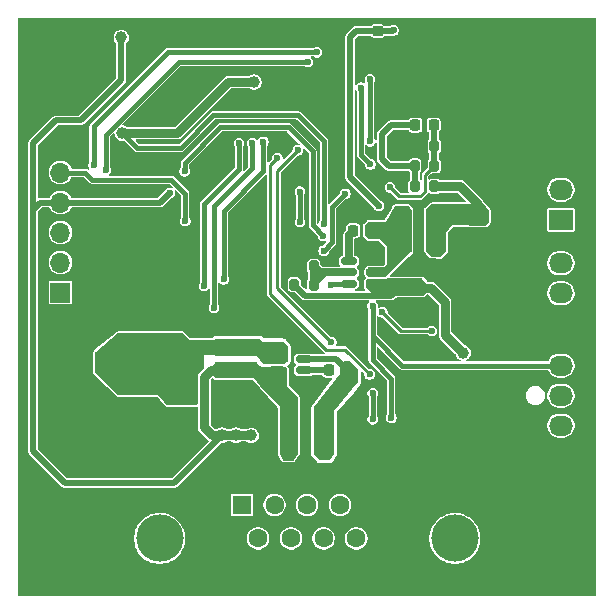
<source format=gbr>
%TF.GenerationSoftware,KiCad,Pcbnew,9.0.0*%
%TF.CreationDate,2025-03-19T13:45:40+03:00*%
%TF.ProjectId,End_striyel Sens_r Mod_l_,456e64fc-7374-4726-9979-656c2053656e,rev?*%
%TF.SameCoordinates,Original*%
%TF.FileFunction,Copper,L4,Bot*%
%TF.FilePolarity,Positive*%
%FSLAX46Y46*%
G04 Gerber Fmt 4.6, Leading zero omitted, Abs format (unit mm)*
G04 Created by KiCad (PCBNEW 9.0.0) date 2025-03-19 13:45:40*
%MOMM*%
%LPD*%
G01*
G04 APERTURE LIST*
G04 Aperture macros list*
%AMRoundRect*
0 Rectangle with rounded corners*
0 $1 Rounding radius*
0 $2 $3 $4 $5 $6 $7 $8 $9 X,Y pos of 4 corners*
0 Add a 4 corners polygon primitive as box body*
4,1,4,$2,$3,$4,$5,$6,$7,$8,$9,$2,$3,0*
0 Add four circle primitives for the rounded corners*
1,1,$1+$1,$2,$3*
1,1,$1+$1,$4,$5*
1,1,$1+$1,$6,$7*
1,1,$1+$1,$8,$9*
0 Add four rect primitives between the rounded corners*
20,1,$1+$1,$2,$3,$4,$5,0*
20,1,$1+$1,$4,$5,$6,$7,0*
20,1,$1+$1,$6,$7,$8,$9,0*
20,1,$1+$1,$8,$9,$2,$3,0*%
G04 Aperture macros list end*
%TA.AperFunction,ComponentPad*%
%ADD10C,3.600000*%
%TD*%
%TA.AperFunction,ConnectorPad*%
%ADD11C,5.700000*%
%TD*%
%TA.AperFunction,HeatsinkPad*%
%ADD12C,0.600000*%
%TD*%
%TA.AperFunction,ComponentPad*%
%ADD13R,1.700000X1.700000*%
%TD*%
%TA.AperFunction,ComponentPad*%
%ADD14O,1.700000X1.700000*%
%TD*%
%TA.AperFunction,ComponentPad*%
%ADD15C,4.000000*%
%TD*%
%TA.AperFunction,ComponentPad*%
%ADD16R,1.600000X1.600000*%
%TD*%
%TA.AperFunction,ComponentPad*%
%ADD17C,1.600000*%
%TD*%
%TA.AperFunction,ComponentPad*%
%ADD18RoundRect,0.249999X-1.550001X0.790001X-1.550001X-0.790001X1.550001X-0.790001X1.550001X0.790001X0*%
%TD*%
%TA.AperFunction,ComponentPad*%
%ADD19O,3.600000X2.080000*%
%TD*%
%TA.AperFunction,ComponentPad*%
%ADD20R,2.030000X1.730000*%
%TD*%
%TA.AperFunction,ComponentPad*%
%ADD21O,2.030000X1.730000*%
%TD*%
%TA.AperFunction,SMDPad,CuDef*%
%ADD22RoundRect,0.250000X0.300000X1.600000X-0.300000X1.600000X-0.300000X-1.600000X0.300000X-1.600000X0*%
%TD*%
%TA.AperFunction,SMDPad,CuDef*%
%ADD23RoundRect,0.225000X-0.250000X0.225000X-0.250000X-0.225000X0.250000X-0.225000X0.250000X0.225000X0*%
%TD*%
%TA.AperFunction,SMDPad,CuDef*%
%ADD24RoundRect,0.225000X0.250000X-0.225000X0.250000X0.225000X-0.250000X0.225000X-0.250000X-0.225000X0*%
%TD*%
%TA.AperFunction,SMDPad,CuDef*%
%ADD25RoundRect,0.200000X-0.200000X-0.275000X0.200000X-0.275000X0.200000X0.275000X-0.200000X0.275000X0*%
%TD*%
%TA.AperFunction,SMDPad,CuDef*%
%ADD26RoundRect,0.225000X-0.225000X-0.250000X0.225000X-0.250000X0.225000X0.250000X-0.225000X0.250000X0*%
%TD*%
%TA.AperFunction,SMDPad,CuDef*%
%ADD27RoundRect,0.200000X0.200000X0.275000X-0.200000X0.275000X-0.200000X-0.275000X0.200000X-0.275000X0*%
%TD*%
%TA.AperFunction,SMDPad,CuDef*%
%ADD28RoundRect,0.150000X-0.512500X-0.150000X0.512500X-0.150000X0.512500X0.150000X-0.512500X0.150000X0*%
%TD*%
%TA.AperFunction,SMDPad,CuDef*%
%ADD29RoundRect,0.150000X0.512500X0.150000X-0.512500X0.150000X-0.512500X-0.150000X0.512500X-0.150000X0*%
%TD*%
%TA.AperFunction,SMDPad,CuDef*%
%ADD30RoundRect,0.250000X-0.300000X-1.600000X0.300000X-1.600000X0.300000X1.600000X-0.300000X1.600000X0*%
%TD*%
%TA.AperFunction,ViaPad*%
%ADD31C,0.600000*%
%TD*%
%TA.AperFunction,ViaPad*%
%ADD32C,1.000000*%
%TD*%
%TA.AperFunction,Conductor*%
%ADD33C,0.508000*%
%TD*%
%TA.AperFunction,Conductor*%
%ADD34C,0.381000*%
%TD*%
%TA.AperFunction,Conductor*%
%ADD35C,1.270000*%
%TD*%
%TA.AperFunction,Conductor*%
%ADD36C,0.762000*%
%TD*%
%TA.AperFunction,Conductor*%
%ADD37C,0.635000*%
%TD*%
%TA.AperFunction,Conductor*%
%ADD38C,0.254000*%
%TD*%
G04 APERTURE END LIST*
D10*
%TO.P,H2,1,1*%
%TO.N,GND*%
X131125000Y-109600000D03*
D11*
X131125000Y-109600000D03*
%TD*%
D10*
%TO.P,H1,1,1*%
%TO.N,GND*%
X131125000Y-68850000D03*
D11*
X131125000Y-68850000D03*
%TD*%
D12*
%TO.P,U1,19,GND*%
%TO.N,GND*%
X151725000Y-70775000D03*
X151725000Y-71875000D03*
X152275000Y-70225000D03*
X152275000Y-71325000D03*
X152275000Y-72425000D03*
X152825000Y-70775000D03*
X152825000Y-71875000D03*
X153375000Y-70225000D03*
X153375000Y-71325000D03*
X153375000Y-72425000D03*
X153925000Y-70775000D03*
X153925000Y-71875000D03*
%TD*%
D13*
%TO.P,J1,1,Pin_1*%
%TO.N,/ESP32-Microcontroller/DTR*%
X130500000Y-87884000D03*
D14*
%TO.P,J1,2,Pin_2*%
%TO.N,/ESP32-Microcontroller/RX*%
X130500000Y-85344000D03*
%TO.P,J1,3,Pin_3*%
%TO.N,/ESP32-Microcontroller/TX*%
X130500000Y-82804000D03*
%TO.P,J1,4,Pin_4*%
%TO.N,VDD3V3*%
X130500000Y-80264000D03*
%TO.P,J1,5,Pin_5*%
%TO.N,/ESP32-Microcontroller/RTS*%
X130500000Y-77724000D03*
%TO.P,J1,6,Pin_6*%
%TO.N,GND*%
X130500000Y-75184000D03*
%TD*%
D15*
%TO.P,J5,0*%
%TO.N,N/C*%
X138895000Y-108690000D03*
X163895000Y-108690000D03*
D16*
%TO.P,J5,1,1*%
%TO.N,unconnected-(J5-Pad1)*%
X145855000Y-105850000D03*
D17*
%TO.P,J5,2,2*%
%TO.N,Net-(U6-A)*%
X148625000Y-105850000D03*
%TO.P,J5,3,3*%
%TO.N,Net-(U6-B)*%
X151395000Y-105850000D03*
%TO.P,J5,4,4*%
%TO.N,unconnected-(J5-Pad4)*%
X154165000Y-105850000D03*
%TO.P,J5,5,5*%
%TO.N,GND*%
X156935000Y-105850000D03*
%TO.P,J5,6,6*%
%TO.N,unconnected-(J5-Pad6)*%
X147240000Y-108690000D03*
%TO.P,J5,7,7*%
%TO.N,unconnected-(J5-Pad7)*%
X150010000Y-108690000D03*
%TO.P,J5,8,8*%
%TO.N,unconnected-(J5-Pad8)*%
X152780000Y-108690000D03*
%TO.P,J5,9,9*%
%TO.N,unconnected-(J5-Pad9)*%
X155550000Y-108690000D03*
%TD*%
D10*
%TO.P,H3,1,1*%
%TO.N,GND*%
X171875000Y-109600000D03*
D11*
X171875000Y-109600000D03*
%TD*%
D18*
%TO.P,J2,1,Pin_1*%
%TO.N,VCC*%
X136467100Y-93827600D03*
D19*
%TO.P,J2,2,Pin_2*%
%TO.N,GND*%
X136467100Y-98907600D03*
%TD*%
D10*
%TO.P,H4,1,1*%
%TO.N,GND*%
X171875000Y-68850000D03*
D11*
X171875000Y-68850000D03*
%TD*%
D20*
%TO.P,J3,1,Pin_1*%
%TO.N,GND*%
X172875000Y-90465000D03*
D21*
%TO.P,J3,2,Pin_2*%
%TO.N,VDD5V*%
X172875000Y-87925000D03*
%TO.P,J3,3,Pin_3*%
%TO.N,ADC*%
X172875000Y-85385000D03*
%TD*%
D20*
%TO.P,J6,1,Pin_1*%
%TO.N,EXT_TX*%
X172875000Y-81715000D03*
D21*
%TO.P,J6,2,Pin_2*%
%TO.N,EXT_RX*%
X172875000Y-79175000D03*
%TO.P,J6,3,Pin_3*%
%TO.N,GND*%
X172875000Y-76635000D03*
%TD*%
D20*
%TO.P,J4,1,Pin_1*%
%TO.N,GND*%
X172875000Y-101675000D03*
D21*
%TO.P,J4,2,Pin_2*%
%TO.N,VDD5V*%
X172875000Y-99135000D03*
%TO.P,J4,3,Pin_3*%
%TO.N,SDA*%
X172875000Y-96595000D03*
%TO.P,J4,4,Pin_4*%
%TO.N,SCL*%
X172875000Y-94055000D03*
%TD*%
D22*
%TO.P,L2,1*%
%TO.N,Net-(U3-SW)*%
X152875000Y-99850000D03*
%TO.P,L2,2*%
%TO.N,VDD3V3*%
X149875000Y-99850000D03*
%TD*%
D23*
%TO.P,C2,1*%
%TO.N,/ESP32-Microcontroller/IO0*%
X157375000Y-65725000D03*
%TO.P,C2,2*%
%TO.N,GND*%
X157375000Y-67275000D03*
%TD*%
D24*
%TO.P,C13,1*%
%TO.N,GND*%
X146125000Y-96125000D03*
%TO.P,C13,2*%
%TO.N,VDD3V3*%
X146125000Y-94575000D03*
%TD*%
D25*
%TO.P,R4,1*%
%TO.N,VCC*%
X150300000Y-87200000D03*
%TO.P,R4,2*%
%TO.N,Net-(U2-EN)*%
X151950000Y-87200000D03*
%TD*%
%TO.P,R7,1*%
%TO.N,Net-(C14-Pad1)*%
X160500000Y-77150000D03*
%TO.P,R7,2*%
%TO.N,Net-(U2-FB)*%
X162150000Y-77150000D03*
%TD*%
D23*
%TO.P,C5,1*%
%TO.N,VCC*%
X160750000Y-87500000D03*
%TO.P,C5,2*%
%TO.N,GND*%
X160750000Y-89050000D03*
%TD*%
D26*
%TO.P,C9,1*%
%TO.N,Net-(U2-BOOT)*%
X155300000Y-82625000D03*
%TO.P,C9,2*%
%TO.N,Net-(U2-SW)*%
X156850000Y-82625000D03*
%TD*%
D27*
%TO.P,R8,1*%
%TO.N,Net-(U2-FB)*%
X162150000Y-75475000D03*
%TO.P,R8,2*%
%TO.N,GND*%
X160500000Y-75475000D03*
%TD*%
D28*
%TO.P,U3,1,FB*%
%TO.N,VDD3V3*%
X148850000Y-94450000D03*
%TO.P,U3,2,EN*%
%TO.N,VCC*%
X148850000Y-93500000D03*
%TO.P,U3,3,IN*%
X148850000Y-92550000D03*
%TO.P,U3,4,GND*%
%TO.N,GND*%
X151125000Y-92550000D03*
%TO.P,U3,5,SW*%
%TO.N,Net-(U3-SW)*%
X151125000Y-93500000D03*
%TO.P,U3,6,BST*%
%TO.N,Net-(U3-BST)*%
X151125000Y-94450000D03*
%TD*%
D29*
%TO.P,U2,1,GND*%
%TO.N,GND*%
X157200000Y-85225000D03*
%TO.P,U2,2,SW*%
%TO.N,Net-(U2-SW)*%
X157200000Y-86175000D03*
%TO.P,U2,3,VIN*%
%TO.N,VCC*%
X157200000Y-87125000D03*
%TO.P,U2,4,FB*%
%TO.N,Net-(U2-FB)*%
X154925000Y-87125000D03*
%TO.P,U2,5,EN*%
%TO.N,Net-(U2-EN)*%
X154925000Y-86175000D03*
%TO.P,U2,6,BOOT*%
%TO.N,Net-(U2-BOOT)*%
X154925000Y-85225000D03*
%TD*%
D23*
%TO.P,C15,1*%
%TO.N,VDD3V3*%
X144025000Y-94475000D03*
%TO.P,C15,2*%
%TO.N,GND*%
X144025000Y-96025000D03*
%TD*%
D24*
%TO.P,C8,1*%
%TO.N,VCC*%
X146125000Y-92525000D03*
%TO.P,C8,2*%
%TO.N,GND*%
X146125000Y-90975000D03*
%TD*%
D30*
%TO.P,L1,1*%
%TO.N,Net-(U2-SW)*%
X159350000Y-82600000D03*
%TO.P,L1,2*%
%TO.N,VDD5V*%
X162350000Y-82600000D03*
%TD*%
D27*
%TO.P,R5,1*%
%TO.N,Net-(U2-EN)*%
X151950000Y-85650000D03*
%TO.P,R5,2*%
%TO.N,GND*%
X150300000Y-85650000D03*
%TD*%
D23*
%TO.P,C11,1*%
%TO.N,VDD5V*%
X164200000Y-81550000D03*
%TO.P,C11,2*%
%TO.N,GND*%
X164200000Y-83100000D03*
%TD*%
%TO.P,C12,1*%
%TO.N,VDD5V*%
X165850000Y-81550000D03*
%TO.P,C12,2*%
%TO.N,GND*%
X165850000Y-83100000D03*
%TD*%
D26*
%TO.P,C10,1*%
%TO.N,Net-(U3-BST)*%
X153225000Y-94450000D03*
%TO.P,C10,2*%
%TO.N,Net-(U3-SW)*%
X154775000Y-94450000D03*
%TD*%
D27*
%TO.P,R6,1*%
%TO.N,VDD5V*%
X162150000Y-78875000D03*
%TO.P,R6,2*%
%TO.N,Net-(C14-Pad1)*%
X160500000Y-78875000D03*
%TD*%
D26*
%TO.P,C14,1*%
%TO.N,Net-(C14-Pad1)*%
X160550000Y-73700000D03*
%TO.P,C14,2*%
%TO.N,Net-(U2-FB)*%
X162100000Y-73700000D03*
%TD*%
D23*
%TO.P,C6,1*%
%TO.N,VCC*%
X159150000Y-87500000D03*
%TO.P,C6,2*%
%TO.N,GND*%
X159150000Y-89050000D03*
%TD*%
D24*
%TO.P,C7,1*%
%TO.N,VCC*%
X144025000Y-92525000D03*
%TO.P,C7,2*%
%TO.N,GND*%
X144025000Y-90975000D03*
%TD*%
D31*
%TO.N,GND*%
X140224000Y-90662000D03*
X165395000Y-87991000D03*
X151400000Y-66525000D03*
X157226000Y-102346000D03*
X150327000Y-71612000D03*
X141224000Y-90662000D03*
X150327000Y-66532000D03*
X146050000Y-85598000D03*
X134128000Y-89662000D03*
X165395000Y-86991000D03*
X153375000Y-66525000D03*
X134128000Y-90662000D03*
X158800000Y-67300000D03*
X145304000Y-66532000D03*
X152400000Y-66525000D03*
X157226000Y-101346000D03*
X158226000Y-102346000D03*
X158500000Y-75475000D03*
X135128000Y-90662000D03*
X166370000Y-86991000D03*
X139151000Y-90662000D03*
X157226000Y-100371000D03*
X139151000Y-89662000D03*
X147279000Y-66532000D03*
X150327000Y-70612000D03*
X146050000Y-86598000D03*
X136103000Y-90662000D03*
X136103000Y-89662000D03*
X150327000Y-65532000D03*
X146050000Y-84623000D03*
X142199000Y-90662000D03*
X149352000Y-65532000D03*
X166370000Y-87991000D03*
X135128000Y-89662000D03*
X148352000Y-70612000D03*
X149352000Y-66532000D03*
X151400000Y-65525000D03*
X166370000Y-88916000D03*
X138176000Y-90662000D03*
X142199000Y-89662000D03*
X166370000Y-95250000D03*
X148352000Y-66532000D03*
X158226000Y-101346000D03*
X166370000Y-89916000D03*
X147050000Y-85598000D03*
X149352000Y-70612000D03*
X164395000Y-89916000D03*
X152400000Y-65525000D03*
X146304000Y-66532000D03*
X164395000Y-86991000D03*
X153375000Y-65525000D03*
X147279000Y-65532000D03*
X146304000Y-65532000D03*
X148352000Y-71612000D03*
X165395000Y-88916000D03*
X149352000Y-71612000D03*
X165395000Y-89916000D03*
X137176000Y-90662000D03*
X141224000Y-89662000D03*
X164395000Y-88916000D03*
X147050000Y-84623000D03*
X164395000Y-87991000D03*
X140224000Y-89662000D03*
X158226000Y-100371000D03*
X138176000Y-89662000D03*
X145304000Y-65532000D03*
X148352000Y-65532000D03*
X163068000Y-92964000D03*
X147050000Y-86598000D03*
X137176000Y-89662000D03*
%TO.N,SCL*%
X156925000Y-89025000D03*
X158525000Y-98475000D03*
X141025000Y-77600000D03*
X152750000Y-83075000D03*
%TO.N,/ESP32-Microcontroller/IO0*%
X158700000Y-65675000D03*
X157450000Y-80525000D03*
D32*
%TO.N,VCC*%
X139192000Y-95758000D03*
X139141200Y-93827600D03*
X140766800Y-93827600D03*
X164592000Y-92964000D03*
X142392400Y-92506800D03*
X140766800Y-92506800D03*
X139141200Y-92506800D03*
D31*
%TO.N,VDD5V*%
X163925000Y-78875000D03*
X163068000Y-78875000D03*
%TO.N,Net-(U2-FB)*%
X158400000Y-78975000D03*
X153375000Y-87250000D03*
X154625000Y-79500000D03*
X152775000Y-84325000D03*
%TO.N,/ESP32-Microcontroller/TX*%
X133300000Y-77100000D03*
X152225000Y-67525000D03*
X156700000Y-69800000D03*
X156725000Y-75075000D03*
%TO.N,/ESP32-Microcontroller/RX*%
X156750000Y-77025000D03*
X155950000Y-70525000D03*
X134325000Y-77475000D03*
X151450000Y-68350000D03*
%TO.N,/ESP32-Microcontroller/RTS*%
X141075000Y-81825000D03*
%TO.N,PWM_CCS*%
X156675000Y-94800000D03*
X148875000Y-76475000D03*
%TO.N,ALERT*%
X150775000Y-81900000D03*
X150775000Y-79325000D03*
%TO.N,RS485_IO*%
X142647000Y-87325000D03*
X145625000Y-75225000D03*
%TO.N,CCS_INT*%
X153450000Y-92075000D03*
X150587500Y-75837500D03*
%TO.N,RS485_TX*%
X146750000Y-75200000D03*
X143507000Y-89157000D03*
%TO.N,RS485_RX*%
X144325000Y-86750000D03*
X147675000Y-75100000D03*
D32*
%TO.N,VDD3V3*%
X145375000Y-99950000D03*
D31*
X156950000Y-96400000D03*
X156950000Y-98600000D03*
D32*
X135650000Y-66275000D03*
X146650000Y-99975000D03*
D31*
X139750000Y-79450000D03*
D32*
X144175000Y-99950000D03*
D31*
%TO.N,SDA*%
X152800000Y-82050000D03*
X161925000Y-91125000D03*
D32*
X135750000Y-74375000D03*
D31*
X157745000Y-89550000D03*
D32*
X146875000Y-70050000D03*
%TD*%
D33*
%TO.N,GND*%
X165850000Y-83100000D02*
X164200000Y-83100000D01*
X158500000Y-75475000D02*
X160500000Y-75475000D01*
D34*
%TO.N,SCL*%
X159455000Y-94055000D02*
X156925000Y-91525000D01*
X151850000Y-75900000D02*
X149825000Y-73875000D01*
X144025000Y-73875000D02*
X141025000Y-76875000D01*
X158525000Y-95175000D02*
X158525000Y-98475000D01*
X151850000Y-82175000D02*
X151850000Y-75900000D01*
X156925000Y-91525000D02*
X156925000Y-93575000D01*
X149825000Y-73875000D02*
X144025000Y-73875000D01*
X152750000Y-83075000D02*
X151850000Y-82175000D01*
X156925000Y-91525000D02*
X156925000Y-89025000D01*
X156925000Y-93575000D02*
X158525000Y-95175000D01*
X172875000Y-94055000D02*
X159455000Y-94055000D01*
X141025000Y-76875000D02*
X141025000Y-77600000D01*
D33*
%TO.N,/ESP32-Microcontroller/IO0*%
X157375000Y-65725000D02*
X158650000Y-65725000D01*
X158650000Y-65725000D02*
X158700000Y-65675000D01*
X155025000Y-66250000D02*
X155550000Y-65725000D01*
X157450000Y-80525000D02*
X155025000Y-78100000D01*
X155025000Y-78100000D02*
X155025000Y-66250000D01*
X155550000Y-65725000D02*
X157375000Y-65725000D01*
D35*
%TO.N,VCC*%
X142392400Y-92506800D02*
X140766800Y-92506800D01*
X142410600Y-92525000D02*
X142392400Y-92506800D01*
X139141200Y-92506800D02*
X137787900Y-92506800D01*
D36*
X160750000Y-87500000D02*
X161875000Y-87500000D01*
D33*
X159150000Y-87500000D02*
X158520000Y-88130000D01*
D36*
X161875000Y-87500000D02*
X163068000Y-88693000D01*
D33*
X158520000Y-88130000D02*
X151230000Y-88130000D01*
D35*
X144025000Y-92525000D02*
X142410600Y-92525000D01*
D33*
X160750000Y-87500000D02*
X159150000Y-87500000D01*
D35*
X137787900Y-92506800D02*
X136467100Y-93827600D01*
D33*
X151230000Y-88130000D02*
X150300000Y-87200000D01*
D35*
X140766800Y-92506800D02*
X139141200Y-92506800D01*
D36*
X163068000Y-91440000D02*
X164592000Y-92964000D01*
X163068000Y-88693000D02*
X163068000Y-91440000D01*
D37*
%TO.N,Net-(U2-BOOT)*%
X154925000Y-83000000D02*
X155300000Y-82625000D01*
X154925000Y-85225000D02*
X154925000Y-83000000D01*
D36*
%TO.N,VDD5V*%
X164125000Y-78875000D02*
X164350000Y-78875000D01*
X164350000Y-78875000D02*
X165850000Y-80375000D01*
X162975000Y-78875000D02*
X162150000Y-78875000D01*
X165850000Y-80375000D02*
X165850000Y-81550000D01*
X164125000Y-78875000D02*
X162975000Y-78875000D01*
D34*
%TO.N,Net-(U2-FB)*%
X153500000Y-87125000D02*
X153375000Y-87250000D01*
D38*
X161358500Y-77941500D02*
X162150000Y-77150000D01*
D33*
X162150000Y-73750000D02*
X162100000Y-73700000D01*
D34*
X153491500Y-80633500D02*
X154625000Y-79500000D01*
D38*
X158400000Y-78975000D02*
X159166500Y-79741500D01*
X160950548Y-79741500D02*
X161358500Y-79333548D01*
D33*
X162150000Y-77150000D02*
X162150000Y-75475000D01*
D34*
X153491500Y-83608500D02*
X153491500Y-80633500D01*
D38*
X161358500Y-79333548D02*
X161358500Y-77941500D01*
D34*
X152775000Y-84325000D02*
X153491500Y-83608500D01*
X154925000Y-87125000D02*
X153500000Y-87125000D01*
D33*
X162150000Y-75475000D02*
X162150000Y-73750000D01*
D38*
X159166500Y-79741500D02*
X160950548Y-79741500D01*
D33*
%TO.N,Net-(U3-BST)*%
X153225000Y-94450000D02*
X151125000Y-94450000D01*
%TO.N,Net-(U3-SW)*%
X151125000Y-93500000D02*
X153825000Y-93500000D01*
X153825000Y-93500000D02*
X154775000Y-94450000D01*
D34*
%TO.N,/ESP32-Microcontroller/TX*%
X133300000Y-77100000D02*
X133300000Y-73800000D01*
X133300000Y-73800000D02*
X139575000Y-67525000D01*
X156725000Y-75075000D02*
X156725000Y-69825000D01*
X156725000Y-69825000D02*
X156700000Y-69800000D01*
X139575000Y-67525000D02*
X152225000Y-67525000D01*
%TO.N,/ESP32-Microcontroller/RX*%
X134325000Y-77475000D02*
X134325000Y-74539228D01*
X140514228Y-68350000D02*
X151450000Y-68350000D01*
X155950000Y-76225000D02*
X155950000Y-70525000D01*
X156750000Y-77025000D02*
X155950000Y-76225000D01*
X134325000Y-74539228D02*
X140514228Y-68350000D01*
%TO.N,/ESP32-Microcontroller/RTS*%
X139885000Y-78310000D02*
X133174000Y-78310000D01*
X133174000Y-78310000D02*
X132588000Y-77724000D01*
X141075000Y-79500000D02*
X139885000Y-78310000D01*
X132588000Y-77724000D02*
X130500000Y-77724000D01*
X141075000Y-81825000D02*
X141075000Y-79500000D01*
D33*
%TO.N,Net-(U2-EN)*%
X152975000Y-86175000D02*
X152487500Y-86662500D01*
D37*
X154925000Y-86175000D02*
X152475000Y-86175000D01*
X152475000Y-86175000D02*
X151950000Y-85650000D01*
D33*
X151950000Y-86125000D02*
X152487500Y-86662500D01*
X151950000Y-85650000D02*
X151950000Y-86125000D01*
X154925000Y-86175000D02*
X152975000Y-86175000D01*
X152487500Y-86662500D02*
X151950000Y-87200000D01*
D37*
X151950000Y-87200000D02*
X151950000Y-85650000D01*
D38*
%TO.N,PWM_CCS*%
X154578000Y-92703000D02*
X156675000Y-94800000D01*
X152978000Y-92703000D02*
X154578000Y-92703000D01*
X148275000Y-77075000D02*
X148275000Y-88000000D01*
X148275000Y-88000000D02*
X152978000Y-92703000D01*
X148875000Y-76475000D02*
X148275000Y-77075000D01*
D34*
%TO.N,ALERT*%
X150775000Y-79325000D02*
X150775000Y-81900000D01*
%TO.N,RS485_IO*%
X142647000Y-80378000D02*
X145625000Y-77400000D01*
X142647000Y-87325000D02*
X142647000Y-80378000D01*
X145625000Y-77400000D02*
X145625000Y-75225000D01*
D38*
%TO.N,CCS_INT*%
X150587500Y-75837500D02*
X148875000Y-77550000D01*
X148875000Y-87500000D02*
X153450000Y-92075000D01*
X148875000Y-77550000D02*
X148875000Y-87500000D01*
D34*
%TO.N,RS485_TX*%
X146750000Y-77350000D02*
X146750000Y-75200000D01*
X143510000Y-80590000D02*
X146750000Y-77350000D01*
X143507000Y-89157000D02*
X143507000Y-88693000D01*
X143510000Y-88690000D02*
X143510000Y-80590000D01*
X143507000Y-88693000D02*
X143510000Y-88690000D01*
%TO.N,RS485_RX*%
X144325000Y-80975000D02*
X147675000Y-77625000D01*
X144325000Y-86750000D02*
X144325000Y-80975000D01*
X147675000Y-77625000D02*
X147675000Y-75100000D01*
D33*
%TO.N,VDD3V3*%
X140125000Y-104000000D02*
X144175000Y-99950000D01*
D36*
X145375000Y-99950000D02*
X146625000Y-99950000D01*
X145375000Y-99950000D02*
X143350000Y-99950000D01*
D33*
X139750000Y-79450000D02*
X138936000Y-80264000D01*
X132205549Y-73300000D02*
X130125000Y-73300000D01*
X130875000Y-104000000D02*
X140125000Y-104000000D01*
D36*
X143225000Y-94475000D02*
X144025000Y-94475000D01*
D33*
X130125000Y-73300000D02*
X128200000Y-75225000D01*
D36*
X143350000Y-99950000D02*
X142675000Y-99275000D01*
D33*
X128786000Y-80264000D02*
X128200000Y-80850000D01*
D36*
X142675000Y-95025000D02*
X143225000Y-94475000D01*
D34*
X156950000Y-98600000D02*
X156950000Y-96400000D01*
D33*
X128200000Y-75225000D02*
X128200000Y-80850000D01*
X128200000Y-101325000D02*
X130875000Y-104000000D01*
D36*
X142675000Y-99275000D02*
X142675000Y-95025000D01*
D33*
X138936000Y-80264000D02*
X128786000Y-80264000D01*
X128200000Y-80850000D02*
X128200000Y-101325000D01*
D36*
X146625000Y-99950000D02*
X146650000Y-99975000D01*
D33*
X135650000Y-69855549D02*
X132205549Y-73300000D01*
X135650000Y-66275000D02*
X135650000Y-69855549D01*
D38*
%TO.N,SDA*%
X159320000Y-91125000D02*
X157745000Y-89550000D01*
D36*
X140400000Y-74375000D02*
X135750000Y-74375000D01*
D34*
X140700000Y-75625000D02*
X137000000Y-75625000D01*
D38*
X161925000Y-91125000D02*
X159320000Y-91125000D01*
D34*
X152800000Y-82050000D02*
X152800000Y-75050000D01*
D36*
X146875000Y-70050000D02*
X144725000Y-70050000D01*
D34*
X150625000Y-72875000D02*
X143450000Y-72875000D01*
D36*
X144725000Y-70050000D02*
X140400000Y-74375000D01*
D34*
X143450000Y-72875000D02*
X140700000Y-75625000D01*
X137000000Y-75625000D02*
X135750000Y-74375000D01*
X152800000Y-75050000D02*
X150625000Y-72875000D01*
D33*
%TO.N,Net-(C14-Pad1)*%
X157700000Y-76550000D02*
X158300000Y-77150000D01*
X160550000Y-73700000D02*
X158475000Y-73700000D01*
X157700000Y-74475000D02*
X157700000Y-76550000D01*
X158300000Y-77150000D02*
X160500000Y-77150000D01*
X160500000Y-78875000D02*
X160500000Y-77150000D01*
X158475000Y-73700000D02*
X157700000Y-74475000D01*
%TD*%
%TA.AperFunction,Conductor*%
%TO.N,VCC*%
G36*
X140785206Y-91305193D02*
G01*
X140788545Y-91308170D01*
X142622877Y-93043348D01*
X142645903Y-93089346D01*
X142646400Y-93097978D01*
X142646400Y-94267402D01*
X142628807Y-94315740D01*
X142624375Y-94320576D01*
X142347178Y-94597774D01*
X142347177Y-94597774D01*
X142247776Y-94697175D01*
X142247775Y-94697175D01*
X142177484Y-94818921D01*
X142177484Y-94818922D01*
X142141100Y-94954711D01*
X142141100Y-94954713D01*
X142141100Y-97157399D01*
X142123949Y-97205204D01*
X141957761Y-97407005D01*
X141913452Y-97433134D01*
X141899712Y-97434400D01*
X139581536Y-97434400D01*
X139533198Y-97416807D01*
X139525148Y-97408954D01*
X139303187Y-97157399D01*
X138785600Y-96570800D01*
X138785599Y-96570800D01*
X135412564Y-96570800D01*
X135364226Y-96553207D01*
X135360103Y-96549479D01*
X133474339Y-94713340D01*
X133451980Y-94667013D01*
X133451600Y-94659461D01*
X133451600Y-92948771D01*
X133469193Y-92900433D01*
X133479094Y-92890640D01*
X135412002Y-91304664D01*
X135459703Y-91287600D01*
X140736868Y-91287600D01*
X140785206Y-91305193D01*
G37*
%TD.AperFunction*%
%TD*%
%TA.AperFunction,Conductor*%
%TO.N,GND*%
G36*
X161671042Y-88051493D02*
G01*
X161675878Y-88055926D01*
X162512074Y-88892122D01*
X162533814Y-88938742D01*
X162534100Y-88945296D01*
X162534100Y-91369711D01*
X162534100Y-91510289D01*
X162570484Y-91646077D01*
X162570484Y-91646078D01*
X162640775Y-91767824D01*
X163932365Y-93059414D01*
X163952946Y-93097916D01*
X163963893Y-93152949D01*
X163964191Y-93154444D01*
X164013408Y-93273264D01*
X164084860Y-93380199D01*
X164084862Y-93380201D01*
X164084864Y-93380204D01*
X164175795Y-93471135D01*
X164175798Y-93471137D01*
X164175801Y-93471140D01*
X164282736Y-93542592D01*
X164341481Y-93566925D01*
X164379405Y-93601676D01*
X164386120Y-93652676D01*
X164358481Y-93696060D01*
X164312702Y-93711600D01*
X159628389Y-93711600D01*
X159580051Y-93694007D01*
X159575215Y-93689574D01*
X157290426Y-91404785D01*
X157268686Y-91358165D01*
X157268400Y-91351611D01*
X157268400Y-89895446D01*
X157285993Y-89847108D01*
X157330542Y-89821388D01*
X157381200Y-89830321D01*
X157396774Y-89842272D01*
X157466912Y-89912410D01*
X157526538Y-89946834D01*
X157570187Y-89972036D01*
X157685375Y-90002900D01*
X157770914Y-90002900D01*
X157819252Y-90020493D01*
X157824088Y-90024926D01*
X159148132Y-91348972D01*
X159148141Y-91348979D01*
X159184051Y-91369711D01*
X159211962Y-91385825D01*
X159227006Y-91389855D01*
X159283150Y-91404900D01*
X161533255Y-91404900D01*
X161581593Y-91422493D01*
X161586418Y-91426915D01*
X161639293Y-91479790D01*
X161646914Y-91487411D01*
X161686535Y-91510286D01*
X161750187Y-91547036D01*
X161865375Y-91577900D01*
X161865378Y-91577900D01*
X161984622Y-91577900D01*
X161984625Y-91577900D01*
X162099813Y-91547036D01*
X162203087Y-91487410D01*
X162287410Y-91403087D01*
X162347036Y-91299813D01*
X162377900Y-91184625D01*
X162377900Y-91065375D01*
X162347036Y-90950187D01*
X162347035Y-90950185D01*
X162287410Y-90846912D01*
X162203087Y-90762589D01*
X162099813Y-90702964D01*
X161984625Y-90672100D01*
X161865375Y-90672100D01*
X161778984Y-90695248D01*
X161750186Y-90702964D01*
X161750185Y-90702964D01*
X161646914Y-90762588D01*
X161616672Y-90792831D01*
X161586428Y-90823074D01*
X161539810Y-90844814D01*
X161533255Y-90845100D01*
X159467087Y-90845100D01*
X159418749Y-90827507D01*
X159413913Y-90823074D01*
X158219926Y-89629087D01*
X158198186Y-89582467D01*
X158197900Y-89575913D01*
X158197900Y-89490377D01*
X158197900Y-89490375D01*
X158167036Y-89375187D01*
X158154368Y-89353245D01*
X158107410Y-89271912D01*
X158023087Y-89187589D01*
X157919813Y-89127964D01*
X157804625Y-89097100D01*
X157685375Y-89097100D01*
X157570187Y-89127964D01*
X157486195Y-89176456D01*
X157435537Y-89185387D01*
X157390989Y-89159667D01*
X157373396Y-89111329D01*
X157375959Y-89091868D01*
X157377900Y-89084625D01*
X157377900Y-88965375D01*
X157347036Y-88850187D01*
X157343598Y-88844232D01*
X157287410Y-88746912D01*
X157205772Y-88665274D01*
X157184032Y-88618654D01*
X157197346Y-88568967D01*
X157239483Y-88539462D01*
X157258946Y-88536900D01*
X158573568Y-88536900D01*
X158573570Y-88536900D01*
X158677058Y-88509170D01*
X158769843Y-88455601D01*
X158911098Y-88314345D01*
X158957718Y-88292606D01*
X158964272Y-88292320D01*
X161224667Y-88292320D01*
X161224667Y-88292319D01*
X161238891Y-88291677D01*
X161252400Y-88290454D01*
X161317945Y-88269459D01*
X161362336Y-88243468D01*
X161404128Y-88207963D01*
X161525833Y-88061114D01*
X161542880Y-88051132D01*
X161558013Y-88038435D01*
X161567391Y-88036781D01*
X161570224Y-88035123D01*
X161583733Y-88033900D01*
X161622704Y-88033900D01*
X161671042Y-88051493D01*
G37*
%TD.AperFunction*%
%TA.AperFunction,Conductor*%
G36*
X175847638Y-64618093D02*
G01*
X175873358Y-64662642D01*
X175874500Y-64675700D01*
X175874500Y-113524300D01*
X175856907Y-113572638D01*
X175812358Y-113598358D01*
X175799300Y-113599500D01*
X126950700Y-113599500D01*
X126902362Y-113581907D01*
X126876642Y-113537358D01*
X126875500Y-113524300D01*
X126875500Y-108548892D01*
X136742100Y-108548892D01*
X136742100Y-108831108D01*
X136778937Y-109110911D01*
X136828918Y-109297444D01*
X136851981Y-109383514D01*
X136851981Y-109383515D01*
X136959980Y-109644246D01*
X137101090Y-109888655D01*
X137272886Y-110112545D01*
X137272898Y-110112559D01*
X137472440Y-110312101D01*
X137472447Y-110312107D01*
X137472449Y-110312109D01*
X137696347Y-110483911D01*
X137940754Y-110625020D01*
X138201488Y-110733020D01*
X138474089Y-110806063D01*
X138753892Y-110842900D01*
X138753895Y-110842900D01*
X139036105Y-110842900D01*
X139036108Y-110842900D01*
X139315911Y-110806063D01*
X139588512Y-110733020D01*
X139849246Y-110625020D01*
X140093653Y-110483911D01*
X140317551Y-110312109D01*
X140517109Y-110112551D01*
X140688911Y-109888653D01*
X140830020Y-109644246D01*
X140938020Y-109383512D01*
X141011063Y-109110911D01*
X141047900Y-108831108D01*
X141047900Y-108596148D01*
X146287100Y-108596148D01*
X146287100Y-108783852D01*
X146323719Y-108967951D01*
X146395551Y-109141368D01*
X146499834Y-109297439D01*
X146499836Y-109297441D01*
X146499838Y-109297444D01*
X146632555Y-109430161D01*
X146632558Y-109430163D01*
X146632561Y-109430166D01*
X146788632Y-109534449D01*
X146962049Y-109606281D01*
X147084781Y-109630693D01*
X147146147Y-109642900D01*
X147146148Y-109642900D01*
X147333853Y-109642900D01*
X147379876Y-109633745D01*
X147517951Y-109606281D01*
X147691368Y-109534449D01*
X147847439Y-109430166D01*
X147980166Y-109297439D01*
X148084449Y-109141368D01*
X148156281Y-108967951D01*
X148192900Y-108783852D01*
X148192900Y-108596148D01*
X149057100Y-108596148D01*
X149057100Y-108783852D01*
X149093719Y-108967951D01*
X149165551Y-109141368D01*
X149269834Y-109297439D01*
X149269836Y-109297441D01*
X149269838Y-109297444D01*
X149402555Y-109430161D01*
X149402558Y-109430163D01*
X149402561Y-109430166D01*
X149558632Y-109534449D01*
X149732049Y-109606281D01*
X149854781Y-109630693D01*
X149916147Y-109642900D01*
X149916148Y-109642900D01*
X150103853Y-109642900D01*
X150149876Y-109633745D01*
X150287951Y-109606281D01*
X150461368Y-109534449D01*
X150617439Y-109430166D01*
X150750166Y-109297439D01*
X150854449Y-109141368D01*
X150926281Y-108967951D01*
X150962900Y-108783852D01*
X150962900Y-108596148D01*
X151827100Y-108596148D01*
X151827100Y-108783852D01*
X151863719Y-108967951D01*
X151935551Y-109141368D01*
X152039834Y-109297439D01*
X152039836Y-109297441D01*
X152039838Y-109297444D01*
X152172555Y-109430161D01*
X152172558Y-109430163D01*
X152172561Y-109430166D01*
X152328632Y-109534449D01*
X152502049Y-109606281D01*
X152624781Y-109630693D01*
X152686147Y-109642900D01*
X152686148Y-109642900D01*
X152873853Y-109642900D01*
X152919876Y-109633745D01*
X153057951Y-109606281D01*
X153231368Y-109534449D01*
X153387439Y-109430166D01*
X153520166Y-109297439D01*
X153624449Y-109141368D01*
X153696281Y-108967951D01*
X153732900Y-108783852D01*
X153732900Y-108596148D01*
X154597100Y-108596148D01*
X154597100Y-108783852D01*
X154633719Y-108967951D01*
X154705551Y-109141368D01*
X154809834Y-109297439D01*
X154809836Y-109297441D01*
X154809838Y-109297444D01*
X154942555Y-109430161D01*
X154942558Y-109430163D01*
X154942561Y-109430166D01*
X155098632Y-109534449D01*
X155272049Y-109606281D01*
X155394781Y-109630693D01*
X155456147Y-109642900D01*
X155456148Y-109642900D01*
X155643853Y-109642900D01*
X155689876Y-109633745D01*
X155827951Y-109606281D01*
X156001368Y-109534449D01*
X156157439Y-109430166D01*
X156290166Y-109297439D01*
X156394449Y-109141368D01*
X156466281Y-108967951D01*
X156502900Y-108783852D01*
X156502900Y-108596148D01*
X156493500Y-108548892D01*
X161742100Y-108548892D01*
X161742100Y-108831108D01*
X161778937Y-109110911D01*
X161828918Y-109297444D01*
X161851981Y-109383514D01*
X161851981Y-109383515D01*
X161959980Y-109644246D01*
X162101090Y-109888655D01*
X162272886Y-110112545D01*
X162272898Y-110112559D01*
X162472440Y-110312101D01*
X162472447Y-110312107D01*
X162472449Y-110312109D01*
X162696347Y-110483911D01*
X162940754Y-110625020D01*
X163201488Y-110733020D01*
X163474089Y-110806063D01*
X163753892Y-110842900D01*
X163753895Y-110842900D01*
X164036105Y-110842900D01*
X164036108Y-110842900D01*
X164315911Y-110806063D01*
X164588512Y-110733020D01*
X164849246Y-110625020D01*
X165093653Y-110483911D01*
X165317551Y-110312109D01*
X165517109Y-110112551D01*
X165688911Y-109888653D01*
X165830020Y-109644246D01*
X165938020Y-109383512D01*
X166011063Y-109110911D01*
X166047900Y-108831108D01*
X166047900Y-108548892D01*
X166011063Y-108269089D01*
X165938020Y-107996488D01*
X165830020Y-107735754D01*
X165688911Y-107491347D01*
X165517109Y-107267449D01*
X165517107Y-107267447D01*
X165517101Y-107267440D01*
X165317559Y-107067898D01*
X165317545Y-107067886D01*
X165093655Y-106896090D01*
X164849246Y-106754980D01*
X164588515Y-106646981D01*
X164588513Y-106646980D01*
X164588512Y-106646980D01*
X164315911Y-106573937D01*
X164036108Y-106537100D01*
X163753892Y-106537100D01*
X163474089Y-106573937D01*
X163474085Y-106573938D01*
X163474084Y-106573938D01*
X163413521Y-106590166D01*
X163201488Y-106646980D01*
X163201486Y-106646980D01*
X163201485Y-106646981D01*
X163201484Y-106646981D01*
X162940753Y-106754980D01*
X162696344Y-106896090D01*
X162472454Y-107067886D01*
X162472440Y-107067898D01*
X162272898Y-107267440D01*
X162272886Y-107267454D01*
X162101090Y-107491344D01*
X161959980Y-107735753D01*
X161851981Y-107996484D01*
X161851981Y-107996485D01*
X161851980Y-107996488D01*
X161828918Y-108082558D01*
X161787098Y-108238633D01*
X161778937Y-108269089D01*
X161742100Y-108548892D01*
X156493500Y-108548892D01*
X156466281Y-108412049D01*
X156394449Y-108238632D01*
X156290166Y-108082561D01*
X156290163Y-108082558D01*
X156290161Y-108082555D01*
X156157444Y-107949838D01*
X156157441Y-107949836D01*
X156157439Y-107949834D01*
X156001368Y-107845551D01*
X155827951Y-107773719D01*
X155827949Y-107773718D01*
X155827948Y-107773718D01*
X155643853Y-107737100D01*
X155643852Y-107737100D01*
X155456148Y-107737100D01*
X155456147Y-107737100D01*
X155272051Y-107773718D01*
X155272049Y-107773719D01*
X155098633Y-107845550D01*
X154942558Y-107949836D01*
X154942555Y-107949838D01*
X154809838Y-108082555D01*
X154809836Y-108082558D01*
X154705550Y-108238633D01*
X154633719Y-108412049D01*
X154633718Y-108412051D01*
X154606499Y-108548894D01*
X154597100Y-108596148D01*
X153732900Y-108596148D01*
X153696281Y-108412049D01*
X153624449Y-108238632D01*
X153520166Y-108082561D01*
X153520163Y-108082558D01*
X153520161Y-108082555D01*
X153387444Y-107949838D01*
X153387441Y-107949836D01*
X153387439Y-107949834D01*
X153231368Y-107845551D01*
X153057951Y-107773719D01*
X153057949Y-107773718D01*
X153057948Y-107773718D01*
X152873853Y-107737100D01*
X152873852Y-107737100D01*
X152686148Y-107737100D01*
X152686147Y-107737100D01*
X152502051Y-107773718D01*
X152502049Y-107773719D01*
X152328633Y-107845550D01*
X152172558Y-107949836D01*
X152172555Y-107949838D01*
X152039838Y-108082555D01*
X152039836Y-108082558D01*
X151935550Y-108238633D01*
X151863719Y-108412049D01*
X151863718Y-108412051D01*
X151836499Y-108548894D01*
X151827100Y-108596148D01*
X150962900Y-108596148D01*
X150926281Y-108412049D01*
X150854449Y-108238632D01*
X150750166Y-108082561D01*
X150750163Y-108082558D01*
X150750161Y-108082555D01*
X150617444Y-107949838D01*
X150617441Y-107949836D01*
X150617439Y-107949834D01*
X150461368Y-107845551D01*
X150287951Y-107773719D01*
X150287949Y-107773718D01*
X150287948Y-107773718D01*
X150103853Y-107737100D01*
X150103852Y-107737100D01*
X149916148Y-107737100D01*
X149916147Y-107737100D01*
X149732051Y-107773718D01*
X149732049Y-107773719D01*
X149558633Y-107845550D01*
X149402558Y-107949836D01*
X149402555Y-107949838D01*
X149269838Y-108082555D01*
X149269836Y-108082558D01*
X149165550Y-108238633D01*
X149093719Y-108412049D01*
X149093718Y-108412051D01*
X149066499Y-108548894D01*
X149057100Y-108596148D01*
X148192900Y-108596148D01*
X148156281Y-108412049D01*
X148084449Y-108238632D01*
X147980166Y-108082561D01*
X147980163Y-108082558D01*
X147980161Y-108082555D01*
X147847444Y-107949838D01*
X147847441Y-107949836D01*
X147847439Y-107949834D01*
X147691368Y-107845551D01*
X147517951Y-107773719D01*
X147517949Y-107773718D01*
X147517948Y-107773718D01*
X147333853Y-107737100D01*
X147333852Y-107737100D01*
X147146148Y-107737100D01*
X147146147Y-107737100D01*
X146962051Y-107773718D01*
X146962049Y-107773719D01*
X146788633Y-107845550D01*
X146632558Y-107949836D01*
X146632555Y-107949838D01*
X146499838Y-108082555D01*
X146499836Y-108082558D01*
X146395550Y-108238633D01*
X146323719Y-108412049D01*
X146323718Y-108412051D01*
X146296499Y-108548894D01*
X146287100Y-108596148D01*
X141047900Y-108596148D01*
X141047900Y-108548892D01*
X141011063Y-108269089D01*
X140938020Y-107996488D01*
X140830020Y-107735754D01*
X140688911Y-107491347D01*
X140517109Y-107267449D01*
X140517107Y-107267447D01*
X140517101Y-107267440D01*
X140317559Y-107067898D01*
X140317545Y-107067886D01*
X140093655Y-106896090D01*
X139849246Y-106754980D01*
X139588515Y-106646981D01*
X139588513Y-106646980D01*
X139588512Y-106646980D01*
X139315911Y-106573937D01*
X139036108Y-106537100D01*
X138753892Y-106537100D01*
X138474089Y-106573937D01*
X138474085Y-106573938D01*
X138474084Y-106573938D01*
X138413521Y-106590166D01*
X138201488Y-106646980D01*
X138201486Y-106646980D01*
X138201485Y-106646981D01*
X138201484Y-106646981D01*
X137940753Y-106754980D01*
X137696344Y-106896090D01*
X137472454Y-107067886D01*
X137472440Y-107067898D01*
X137272898Y-107267440D01*
X137272886Y-107267454D01*
X137101090Y-107491344D01*
X136959980Y-107735753D01*
X136851981Y-107996484D01*
X136851981Y-107996485D01*
X136851980Y-107996488D01*
X136828918Y-108082558D01*
X136787098Y-108238633D01*
X136778937Y-108269089D01*
X136742100Y-108548892D01*
X126875500Y-108548892D01*
X126875500Y-105034942D01*
X144902100Y-105034942D01*
X144902100Y-106665055D01*
X144902101Y-106665057D01*
X144910972Y-106709659D01*
X144944764Y-106760232D01*
X144944765Y-106760232D01*
X144944766Y-106760234D01*
X144995342Y-106794028D01*
X145039943Y-106802900D01*
X146670056Y-106802899D01*
X146714658Y-106794028D01*
X146765234Y-106760234D01*
X146799028Y-106709658D01*
X146807900Y-106665057D01*
X146807899Y-105756147D01*
X147672100Y-105756147D01*
X147672100Y-105756148D01*
X147672100Y-105943852D01*
X147708719Y-106127951D01*
X147780551Y-106301368D01*
X147884834Y-106457439D01*
X147884836Y-106457441D01*
X147884838Y-106457444D01*
X148017555Y-106590161D01*
X148017558Y-106590163D01*
X148017561Y-106590166D01*
X148173632Y-106694449D01*
X148347049Y-106766281D01*
X148469781Y-106790693D01*
X148531147Y-106802900D01*
X148531148Y-106802900D01*
X148718853Y-106802900D01*
X148764876Y-106793745D01*
X148902951Y-106766281D01*
X149076368Y-106694449D01*
X149232439Y-106590166D01*
X149365166Y-106457439D01*
X149469449Y-106301368D01*
X149541281Y-106127951D01*
X149577900Y-105943852D01*
X149577900Y-105756148D01*
X149577900Y-105756147D01*
X150442100Y-105756147D01*
X150442100Y-105756148D01*
X150442100Y-105943852D01*
X150478719Y-106127951D01*
X150550551Y-106301368D01*
X150654834Y-106457439D01*
X150654836Y-106457441D01*
X150654838Y-106457444D01*
X150787555Y-106590161D01*
X150787558Y-106590163D01*
X150787561Y-106590166D01*
X150943632Y-106694449D01*
X151117049Y-106766281D01*
X151239781Y-106790693D01*
X151301147Y-106802900D01*
X151301148Y-106802900D01*
X151488853Y-106802900D01*
X151534876Y-106793745D01*
X151672951Y-106766281D01*
X151846368Y-106694449D01*
X152002439Y-106590166D01*
X152135166Y-106457439D01*
X152239449Y-106301368D01*
X152311281Y-106127951D01*
X152347900Y-105943852D01*
X152347900Y-105756148D01*
X152347900Y-105756147D01*
X153212100Y-105756147D01*
X153212100Y-105756148D01*
X153212100Y-105943852D01*
X153248719Y-106127951D01*
X153320551Y-106301368D01*
X153424834Y-106457439D01*
X153424836Y-106457441D01*
X153424838Y-106457444D01*
X153557555Y-106590161D01*
X153557558Y-106590163D01*
X153557561Y-106590166D01*
X153713632Y-106694449D01*
X153887049Y-106766281D01*
X154009781Y-106790693D01*
X154071147Y-106802900D01*
X154071148Y-106802900D01*
X154258853Y-106802900D01*
X154304876Y-106793745D01*
X154442951Y-106766281D01*
X154616368Y-106694449D01*
X154772439Y-106590166D01*
X154905166Y-106457439D01*
X155009449Y-106301368D01*
X155081281Y-106127951D01*
X155117900Y-105943852D01*
X155117900Y-105756148D01*
X155081281Y-105572049D01*
X155009449Y-105398632D01*
X154905166Y-105242561D01*
X154905163Y-105242558D01*
X154905161Y-105242555D01*
X154772444Y-105109838D01*
X154772441Y-105109836D01*
X154772439Y-105109834D01*
X154616368Y-105005551D01*
X154579650Y-104990342D01*
X154565574Y-104984511D01*
X154442951Y-104933719D01*
X154442949Y-104933718D01*
X154442948Y-104933718D01*
X154258853Y-104897100D01*
X154258852Y-104897100D01*
X154071148Y-104897100D01*
X154071147Y-104897100D01*
X153887051Y-104933718D01*
X153887049Y-104933719D01*
X153713633Y-105005550D01*
X153557558Y-105109836D01*
X153557555Y-105109838D01*
X153424838Y-105242555D01*
X153424836Y-105242558D01*
X153320550Y-105398633D01*
X153248719Y-105572049D01*
X153248718Y-105572051D01*
X153212100Y-105756147D01*
X152347900Y-105756147D01*
X152311281Y-105572049D01*
X152239449Y-105398632D01*
X152135166Y-105242561D01*
X152135163Y-105242558D01*
X152135161Y-105242555D01*
X152002444Y-105109838D01*
X152002441Y-105109836D01*
X152002439Y-105109834D01*
X151846368Y-105005551D01*
X151809650Y-104990342D01*
X151795574Y-104984511D01*
X151672951Y-104933719D01*
X151672949Y-104933718D01*
X151672948Y-104933718D01*
X151488853Y-104897100D01*
X151488852Y-104897100D01*
X151301148Y-104897100D01*
X151301147Y-104897100D01*
X151117051Y-104933718D01*
X151117049Y-104933719D01*
X150943633Y-105005550D01*
X150787558Y-105109836D01*
X150787555Y-105109838D01*
X150654838Y-105242555D01*
X150654836Y-105242558D01*
X150550550Y-105398633D01*
X150478719Y-105572049D01*
X150478718Y-105572051D01*
X150442100Y-105756147D01*
X149577900Y-105756147D01*
X149541281Y-105572049D01*
X149469449Y-105398632D01*
X149365166Y-105242561D01*
X149365163Y-105242558D01*
X149365161Y-105242555D01*
X149232444Y-105109838D01*
X149232441Y-105109836D01*
X149232439Y-105109834D01*
X149076368Y-105005551D01*
X149039650Y-104990342D01*
X149025574Y-104984511D01*
X148902951Y-104933719D01*
X148902949Y-104933718D01*
X148902948Y-104933718D01*
X148718853Y-104897100D01*
X148718852Y-104897100D01*
X148531148Y-104897100D01*
X148531147Y-104897100D01*
X148347051Y-104933718D01*
X148347049Y-104933719D01*
X148173633Y-105005550D01*
X148017558Y-105109836D01*
X148017555Y-105109838D01*
X147884838Y-105242555D01*
X147884836Y-105242558D01*
X147780550Y-105398633D01*
X147708719Y-105572049D01*
X147708718Y-105572051D01*
X147672100Y-105756147D01*
X146807899Y-105756147D01*
X146807899Y-105034944D01*
X146799028Y-104990342D01*
X146765234Y-104939766D01*
X146714658Y-104905972D01*
X146714656Y-104905971D01*
X146670057Y-104897100D01*
X145039944Y-104897100D01*
X145039942Y-104897101D01*
X144995340Y-104905972D01*
X144944767Y-104939764D01*
X144910972Y-104990342D01*
X144910971Y-104990343D01*
X144902100Y-105034942D01*
X126875500Y-105034942D01*
X126875500Y-75171431D01*
X127793100Y-75171431D01*
X127793100Y-80796430D01*
X127793100Y-80796431D01*
X127793100Y-101271430D01*
X127793100Y-101378570D01*
X127811586Y-101447562D01*
X127820830Y-101482059D01*
X127850264Y-101533040D01*
X127874126Y-101574371D01*
X127874398Y-101574841D01*
X127874402Y-101574847D01*
X130625152Y-104325597D01*
X130625155Y-104325599D01*
X130625157Y-104325601D01*
X130717942Y-104379170D01*
X130745670Y-104386599D01*
X130745671Y-104386600D01*
X130770925Y-104393366D01*
X130821431Y-104406900D01*
X130821433Y-104406900D01*
X140178568Y-104406900D01*
X140178570Y-104406900D01*
X140282058Y-104379170D01*
X140374843Y-104325601D01*
X144075517Y-100624925D01*
X144122137Y-100603186D01*
X144128691Y-100602900D01*
X144239307Y-100602900D01*
X144281351Y-100594536D01*
X144365444Y-100577809D01*
X144484264Y-100528592D01*
X144532182Y-100496573D01*
X144573961Y-100483900D01*
X144976039Y-100483900D01*
X145017817Y-100496573D01*
X145065736Y-100528592D01*
X145184556Y-100577809D01*
X145260239Y-100592863D01*
X145310693Y-100602900D01*
X145310695Y-100602900D01*
X145439307Y-100602900D01*
X145481351Y-100594536D01*
X145565444Y-100577809D01*
X145684264Y-100528592D01*
X145732182Y-100496573D01*
X145773961Y-100483900D01*
X146213624Y-100483900D01*
X146255402Y-100496573D01*
X146340736Y-100553592D01*
X146459556Y-100602809D01*
X146535239Y-100617863D01*
X146585693Y-100627900D01*
X146585695Y-100627900D01*
X146714307Y-100627900D01*
X146756351Y-100619536D01*
X146840444Y-100602809D01*
X146959264Y-100553592D01*
X147066199Y-100482140D01*
X147157140Y-100391199D01*
X147228592Y-100284264D01*
X147277809Y-100165444D01*
X147302900Y-100039305D01*
X147302900Y-99910695D01*
X147277809Y-99784556D01*
X147228592Y-99665736D01*
X147157140Y-99558801D01*
X147157137Y-99558798D01*
X147157135Y-99558795D01*
X147066204Y-99467864D01*
X147066201Y-99467862D01*
X147066199Y-99467860D01*
X146959264Y-99396408D01*
X146953629Y-99394074D01*
X146898909Y-99371408D01*
X146840444Y-99347191D01*
X146840441Y-99347190D01*
X146840440Y-99347190D01*
X146714307Y-99322100D01*
X146714305Y-99322100D01*
X146585695Y-99322100D01*
X146585693Y-99322100D01*
X146459559Y-99347190D01*
X146459556Y-99347191D01*
X146340736Y-99396408D01*
X146330231Y-99403426D01*
X146288454Y-99416100D01*
X145773961Y-99416100D01*
X145732182Y-99403426D01*
X145684266Y-99371409D01*
X145684264Y-99371408D01*
X145565444Y-99322191D01*
X145565441Y-99322190D01*
X145565440Y-99322190D01*
X145439307Y-99297100D01*
X145439305Y-99297100D01*
X145310695Y-99297100D01*
X145310693Y-99297100D01*
X145184559Y-99322190D01*
X145184556Y-99322191D01*
X145065733Y-99371409D01*
X145017818Y-99403426D01*
X144976039Y-99416100D01*
X144573961Y-99416100D01*
X144532182Y-99403426D01*
X144484266Y-99371409D01*
X144484264Y-99371408D01*
X144365444Y-99322191D01*
X144365441Y-99322190D01*
X144365440Y-99322190D01*
X144239307Y-99297100D01*
X144239305Y-99297100D01*
X144110695Y-99297100D01*
X144110693Y-99297100D01*
X143984559Y-99322190D01*
X143984556Y-99322191D01*
X143865733Y-99371409D01*
X143817818Y-99403426D01*
X143776039Y-99416100D01*
X143602297Y-99416100D01*
X143553959Y-99398507D01*
X143549123Y-99394074D01*
X143230926Y-99075877D01*
X143209186Y-99029257D01*
X143208900Y-99022703D01*
X143208900Y-95277296D01*
X143214514Y-95261869D01*
X143215945Y-95245516D01*
X143225360Y-95232068D01*
X143226493Y-95228958D01*
X143230914Y-95224133D01*
X143306005Y-95149042D01*
X143352622Y-95127304D01*
X143402310Y-95140617D01*
X143416268Y-95153273D01*
X143457604Y-95201499D01*
X143466417Y-95210966D01*
X143475175Y-95219634D01*
X143532246Y-95255785D01*
X143532249Y-95255786D01*
X143532255Y-95255789D01*
X143580577Y-95273376D01*
X143580579Y-95273376D01*
X143580584Y-95273378D01*
X143634582Y-95282899D01*
X143634583Y-95282900D01*
X143634587Y-95282900D01*
X146746108Y-95282900D01*
X146794446Y-95300493D01*
X146802032Y-95307825D01*
X148078975Y-96728245D01*
X148855152Y-97591633D01*
X148897824Y-97639099D01*
X148917056Y-97686808D01*
X148917100Y-97689374D01*
X148917100Y-101530823D01*
X148921996Y-101569837D01*
X148921997Y-101569842D01*
X148921999Y-101569853D01*
X148931176Y-101605842D01*
X148931178Y-101605847D01*
X148945562Y-101642444D01*
X149215004Y-102136421D01*
X149231443Y-102160831D01*
X149249123Y-102182428D01*
X149250181Y-102183704D01*
X149250347Y-102183904D01*
X149273300Y-102199976D01*
X149317301Y-102230785D01*
X149365639Y-102248378D01*
X149419637Y-102257899D01*
X149419638Y-102257900D01*
X149419642Y-102257900D01*
X150186701Y-102257900D01*
X150186706Y-102257900D01*
X150186718Y-102257899D01*
X150186724Y-102257899D01*
X150205880Y-102256730D01*
X150205884Y-102256729D01*
X150205911Y-102256728D01*
X150224069Y-102254503D01*
X150293100Y-102228721D01*
X150335759Y-102199976D01*
X150375222Y-102161902D01*
X150738316Y-101662647D01*
X150758298Y-101623466D01*
X150760773Y-101618613D01*
X150760773Y-101618612D01*
X150760777Y-101618605D01*
X150775160Y-101574375D01*
X150782900Y-101525545D01*
X150782900Y-96828914D01*
X150782874Y-96826058D01*
X150782825Y-96823349D01*
X150771286Y-96766889D01*
X150762938Y-96746293D01*
X150751966Y-96719225D01*
X150751965Y-96719224D01*
X150751963Y-96719218D01*
X150722852Y-96672747D01*
X150722851Y-96672746D01*
X150722850Y-96672744D01*
X150722848Y-96672742D01*
X149877272Y-95735752D01*
X149857949Y-95688080D01*
X149857900Y-95685371D01*
X149857900Y-94358262D01*
X149857855Y-94356958D01*
X149857541Y-94347623D01*
X149856858Y-94337513D01*
X149854593Y-94329507D01*
X149839087Y-94274694D01*
X149839086Y-94274689D01*
X149815160Y-94229168D01*
X149815156Y-94229163D01*
X149815155Y-94229160D01*
X149781600Y-94185786D01*
X149781596Y-94185783D01*
X149781594Y-94185780D01*
X149748080Y-94155313D01*
X149724148Y-94109780D01*
X149735083Y-94059516D01*
X149745486Y-94046500D01*
X149879029Y-93912959D01*
X149892863Y-93897992D01*
X149903115Y-93885988D01*
X149952586Y-93797651D01*
X149971799Y-93738520D01*
X149984500Y-93658329D01*
X149984500Y-92414504D01*
X149984033Y-92398939D01*
X149983309Y-92386890D01*
X149959694Y-92293282D01*
X149933537Y-92236878D01*
X149921831Y-92219444D01*
X149888283Y-92169479D01*
X149888276Y-92169471D01*
X149620012Y-91880570D01*
X149601999Y-91862968D01*
X149587470Y-91850087D01*
X149587456Y-91850075D01*
X149587419Y-91850042D01*
X149583795Y-91846888D01*
X149495454Y-91797414D01*
X149436323Y-91778201D01*
X149436320Y-91778200D01*
X149436315Y-91778199D01*
X149356134Y-91765500D01*
X149356132Y-91765500D01*
X147779397Y-91765500D01*
X147731059Y-91747907D01*
X147728812Y-91745943D01*
X147717495Y-91735655D01*
X147618960Y-91646077D01*
X147578342Y-91609151D01*
X147567566Y-91599882D01*
X147565097Y-91597873D01*
X147559022Y-91592930D01*
X147540684Y-91582945D01*
X147475432Y-91547415D01*
X147475426Y-91547413D01*
X147416302Y-91528202D01*
X147416290Y-91528199D01*
X147336109Y-91515500D01*
X147336107Y-91515500D01*
X143691670Y-91515500D01*
X143678091Y-91516034D01*
X143671301Y-91516301D01*
X143655570Y-91517539D01*
X143655555Y-91517542D01*
X143558133Y-91545018D01*
X143558120Y-91545023D01*
X143502731Y-91573245D01*
X143502722Y-91573250D01*
X143437045Y-91620967D01*
X143437040Y-91620971D01*
X143411935Y-91646077D01*
X143342937Y-91715074D01*
X143296319Y-91736814D01*
X143289764Y-91737100D01*
X142568904Y-91737100D01*
X142554233Y-91735655D01*
X142470003Y-91718900D01*
X142470001Y-91718900D01*
X141482450Y-91718900D01*
X141434112Y-91701307D01*
X141430773Y-91698330D01*
X140897082Y-91193487D01*
X140893648Y-91190333D01*
X140893643Y-91190328D01*
X140893625Y-91190312D01*
X140890286Y-91187335D01*
X140890284Y-91187333D01*
X140890282Y-91187332D01*
X140839206Y-91156813D01*
X140790872Y-91139222D01*
X140736872Y-91129700D01*
X140736868Y-91129700D01*
X135459703Y-91129700D01*
X135459701Y-91129700D01*
X135406522Y-91138926D01*
X135406520Y-91138926D01*
X135406518Y-91138927D01*
X135358817Y-91155991D01*
X135311843Y-91182596D01*
X133378939Y-92768568D01*
X133378928Y-92768577D01*
X133368054Y-92778379D01*
X133368027Y-92778404D01*
X133358159Y-92788164D01*
X133358155Y-92788169D01*
X133320815Y-92846429D01*
X133303222Y-92894765D01*
X133303222Y-92894767D01*
X133293700Y-92948766D01*
X133293700Y-94659461D01*
X133293900Y-94667394D01*
X133294280Y-94674944D01*
X133294280Y-94674950D01*
X133309774Y-94735642D01*
X133309776Y-94735646D01*
X133332135Y-94781973D01*
X133364185Y-94826471D01*
X134451944Y-95885605D01*
X135249954Y-96662615D01*
X135254214Y-96666612D01*
X135257736Y-96669795D01*
X135258325Y-96670328D01*
X135310223Y-96701585D01*
X135310226Y-96701586D01*
X135310230Y-96701588D01*
X135340406Y-96712570D01*
X135358561Y-96719178D01*
X135412559Y-96728699D01*
X135412560Y-96728700D01*
X135412564Y-96728700D01*
X138680409Y-96728700D01*
X138728747Y-96746293D01*
X138736797Y-96754146D01*
X138930944Y-96974179D01*
X139406749Y-97513424D01*
X139406756Y-97513431D01*
X139414880Y-97521975D01*
X139420447Y-97527405D01*
X139422937Y-97529834D01*
X139479195Y-97565185D01*
X139527533Y-97582778D01*
X139581531Y-97592299D01*
X139581532Y-97592300D01*
X139581536Y-97592300D01*
X141899699Y-97592300D01*
X141899712Y-97592300D01*
X141914199Y-97591634D01*
X141927939Y-97590368D01*
X141993658Y-97569146D01*
X142027703Y-97549069D01*
X142078275Y-97539671D01*
X142123059Y-97564979D01*
X142141097Y-97613153D01*
X142141100Y-97613846D01*
X142141100Y-99204711D01*
X142141100Y-99345289D01*
X142177484Y-99481077D01*
X142177484Y-99481078D01*
X142247775Y-99602824D01*
X142247776Y-99602825D01*
X143022175Y-100377225D01*
X143022177Y-100377226D01*
X143032494Y-100383183D01*
X143065561Y-100422586D01*
X143065563Y-100474025D01*
X143048071Y-100501483D01*
X139978482Y-103571074D01*
X139931862Y-103592814D01*
X139925308Y-103593100D01*
X131074692Y-103593100D01*
X131026354Y-103575507D01*
X131021518Y-103571074D01*
X128628926Y-101178482D01*
X128607186Y-101131862D01*
X128606900Y-101125308D01*
X128606900Y-87018942D01*
X129497100Y-87018942D01*
X129497100Y-88749055D01*
X129497101Y-88749057D01*
X129505972Y-88793659D01*
X129539764Y-88844232D01*
X129539765Y-88844232D01*
X129539766Y-88844234D01*
X129590342Y-88878028D01*
X129634943Y-88886900D01*
X131365056Y-88886899D01*
X131409658Y-88878028D01*
X131460234Y-88844234D01*
X131494028Y-88793658D01*
X131502900Y-88749057D01*
X131502899Y-87018944D01*
X131494028Y-86974342D01*
X131492404Y-86971912D01*
X131460235Y-86923767D01*
X131460231Y-86923764D01*
X131409658Y-86889972D01*
X131409656Y-86889971D01*
X131365057Y-86881100D01*
X129634944Y-86881100D01*
X129634942Y-86881101D01*
X129590340Y-86889972D01*
X129539767Y-86923764D01*
X129505972Y-86974342D01*
X129505971Y-86974343D01*
X129497100Y-87018942D01*
X128606900Y-87018942D01*
X128606900Y-85245222D01*
X129497100Y-85245222D01*
X129497100Y-85442777D01*
X129535641Y-85636537D01*
X129535642Y-85636538D01*
X129611240Y-85819049D01*
X129611241Y-85819051D01*
X129720996Y-85983312D01*
X129720997Y-85983313D01*
X129721000Y-85983317D01*
X129860682Y-86122999D01*
X129860685Y-86123001D01*
X129860688Y-86123004D01*
X130024949Y-86232759D01*
X130207461Y-86308357D01*
X130207462Y-86308358D01*
X130207463Y-86308358D01*
X130207465Y-86308359D01*
X130327734Y-86332282D01*
X130401222Y-86346900D01*
X130401223Y-86346900D01*
X130598778Y-86346900D01*
X130672266Y-86332282D01*
X130792535Y-86308359D01*
X130975051Y-86232759D01*
X131139312Y-86123004D01*
X131279004Y-85983312D01*
X131388759Y-85819051D01*
X131464359Y-85636535D01*
X131502900Y-85442777D01*
X131502900Y-85245223D01*
X131464359Y-85051465D01*
X131388759Y-84868949D01*
X131279004Y-84704688D01*
X131279001Y-84704685D01*
X131278999Y-84704682D01*
X131139317Y-84565000D01*
X131139313Y-84564997D01*
X131139312Y-84564996D01*
X130975051Y-84455241D01*
X130975049Y-84455240D01*
X130792538Y-84379642D01*
X130792537Y-84379641D01*
X130598778Y-84341100D01*
X130598777Y-84341100D01*
X130401223Y-84341100D01*
X130401222Y-84341100D01*
X130207462Y-84379641D01*
X130207461Y-84379642D01*
X130024950Y-84455240D01*
X129860682Y-84565000D01*
X129721000Y-84704682D01*
X129611240Y-84868950D01*
X129535642Y-85051461D01*
X129535641Y-85051462D01*
X129497100Y-85245222D01*
X128606900Y-85245222D01*
X128606900Y-82705222D01*
X129497100Y-82705222D01*
X129497100Y-82902777D01*
X129535641Y-83096537D01*
X129535642Y-83096538D01*
X129611240Y-83279049D01*
X129611241Y-83279051D01*
X129720996Y-83443312D01*
X129720997Y-83443313D01*
X129721000Y-83443317D01*
X129860682Y-83582999D01*
X129860685Y-83583001D01*
X129860688Y-83583004D01*
X130024949Y-83692759D01*
X130207461Y-83768357D01*
X130207462Y-83768358D01*
X130207463Y-83768358D01*
X130207465Y-83768359D01*
X130337218Y-83794168D01*
X130401222Y-83806900D01*
X130401223Y-83806900D01*
X130598778Y-83806900D01*
X130646889Y-83797329D01*
X130792535Y-83768359D01*
X130975051Y-83692759D01*
X131139312Y-83583004D01*
X131279004Y-83443312D01*
X131388759Y-83279051D01*
X131464359Y-83096535D01*
X131502900Y-82902777D01*
X131502900Y-82705223D01*
X131499918Y-82690234D01*
X131486366Y-82622100D01*
X131464359Y-82511465D01*
X131388759Y-82328949D01*
X131279004Y-82164688D01*
X131279001Y-82164685D01*
X131278999Y-82164682D01*
X131139317Y-82025000D01*
X131139313Y-82024997D01*
X131139312Y-82024996D01*
X130975051Y-81915241D01*
X130975049Y-81915240D01*
X130792538Y-81839642D01*
X130792537Y-81839641D01*
X130598778Y-81801100D01*
X130598777Y-81801100D01*
X130401223Y-81801100D01*
X130401222Y-81801100D01*
X130207462Y-81839641D01*
X130207461Y-81839642D01*
X130024950Y-81915240D01*
X129860682Y-82025000D01*
X129721000Y-82164682D01*
X129611240Y-82328950D01*
X129535642Y-82511461D01*
X129535641Y-82511462D01*
X129497100Y-82705222D01*
X128606900Y-82705222D01*
X128606900Y-81049692D01*
X128624493Y-81001354D01*
X128628926Y-80996518D01*
X128932518Y-80692926D01*
X128979138Y-80671186D01*
X128985692Y-80670900D01*
X129532765Y-80670900D01*
X129581103Y-80688493D01*
X129602241Y-80717323D01*
X129611239Y-80739048D01*
X129611240Y-80739050D01*
X129611241Y-80739051D01*
X129720996Y-80903312D01*
X129720997Y-80903313D01*
X129721000Y-80903317D01*
X129860682Y-81042999D01*
X129860685Y-81043001D01*
X129860688Y-81043004D01*
X130024949Y-81152759D01*
X130207461Y-81228357D01*
X130207462Y-81228358D01*
X130207463Y-81228358D01*
X130207465Y-81228359D01*
X130337218Y-81254168D01*
X130401222Y-81266900D01*
X130401223Y-81266900D01*
X130598778Y-81266900D01*
X130646889Y-81257329D01*
X130792535Y-81228359D01*
X130975051Y-81152759D01*
X131139312Y-81043004D01*
X131279004Y-80903312D01*
X131388759Y-80739051D01*
X131397759Y-80717322D01*
X131432511Y-80679397D01*
X131467235Y-80670900D01*
X138989568Y-80670900D01*
X138989570Y-80670900D01*
X139093058Y-80643170D01*
X139185843Y-80589601D01*
X139881326Y-79894116D01*
X139915033Y-79874656D01*
X139924813Y-79872036D01*
X140028087Y-79812410D01*
X140112410Y-79728087D01*
X140172036Y-79624813D01*
X140202900Y-79509625D01*
X140202900Y-79390375D01*
X140174209Y-79283297D01*
X140178693Y-79232055D01*
X140215066Y-79195681D01*
X140266311Y-79191198D01*
X140300021Y-79210662D01*
X140709574Y-79620215D01*
X140731314Y-79666835D01*
X140731600Y-79673389D01*
X140731600Y-81496754D01*
X140714945Y-81542512D01*
X140715588Y-81543005D01*
X140714025Y-81545041D01*
X140714007Y-81545092D01*
X140713880Y-81545229D01*
X140712590Y-81546911D01*
X140652964Y-81650185D01*
X140652964Y-81650186D01*
X140652964Y-81650187D01*
X140622100Y-81765375D01*
X140622100Y-81884625D01*
X140639598Y-81949930D01*
X140652964Y-81999813D01*
X140652964Y-81999814D01*
X140712589Y-82103087D01*
X140796912Y-82187410D01*
X140843974Y-82214581D01*
X140900187Y-82247036D01*
X141015375Y-82277900D01*
X141015378Y-82277900D01*
X141134622Y-82277900D01*
X141134625Y-82277900D01*
X141249813Y-82247036D01*
X141353087Y-82187410D01*
X141437410Y-82103087D01*
X141497036Y-81999813D01*
X141527900Y-81884625D01*
X141527900Y-81765375D01*
X141497036Y-81650187D01*
X141479661Y-81620092D01*
X141437409Y-81546911D01*
X141434412Y-81543005D01*
X141436463Y-81541430D01*
X141418686Y-81503308D01*
X141418400Y-81496754D01*
X141418400Y-79454793D01*
X141418400Y-79454791D01*
X141394998Y-79367453D01*
X141394998Y-79367452D01*
X141349788Y-79289147D01*
X141349787Y-79289146D01*
X141349786Y-79289144D01*
X140095855Y-78035213D01*
X140017549Y-77990002D01*
X140017540Y-77989999D01*
X139994147Y-77983730D01*
X139994147Y-77983731D01*
X139950695Y-77972089D01*
X139930209Y-77966600D01*
X139930208Y-77966600D01*
X134655446Y-77966600D01*
X134607108Y-77949007D01*
X134581388Y-77904458D01*
X134590321Y-77853800D01*
X134602272Y-77838226D01*
X134687410Y-77753087D01*
X134707942Y-77717525D01*
X134747036Y-77649813D01*
X134777900Y-77534625D01*
X134777900Y-77415375D01*
X134747036Y-77300187D01*
X134717454Y-77248949D01*
X134687409Y-77196911D01*
X134684412Y-77193005D01*
X134686463Y-77191430D01*
X134668686Y-77153308D01*
X134668400Y-77146754D01*
X134668400Y-74712616D01*
X134685993Y-74664278D01*
X134690415Y-74659453D01*
X134968726Y-74381141D01*
X135015346Y-74359402D01*
X135065033Y-74372716D01*
X135094538Y-74414853D01*
X135097100Y-74434316D01*
X135097100Y-74439305D01*
X135122191Y-74565444D01*
X135154541Y-74643543D01*
X135163129Y-74664278D01*
X135171408Y-74684264D01*
X135242860Y-74791199D01*
X135242862Y-74791201D01*
X135242864Y-74791204D01*
X135333795Y-74882135D01*
X135333798Y-74882137D01*
X135333801Y-74882140D01*
X135440736Y-74953592D01*
X135559556Y-75002809D01*
X135622729Y-75015375D01*
X135685693Y-75027900D01*
X135685695Y-75027900D01*
X135814305Y-75027900D01*
X135860754Y-75018660D01*
X135911595Y-75026485D01*
X135928600Y-75039241D01*
X136789142Y-75899784D01*
X136789144Y-75899785D01*
X136789147Y-75899788D01*
X136850416Y-75935162D01*
X136867448Y-75944996D01*
X136867452Y-75944998D01*
X136886910Y-75950211D01*
X136886911Y-75950212D01*
X136915597Y-75957898D01*
X136954791Y-75968400D01*
X136954792Y-75968400D01*
X140745208Y-75968400D01*
X140745209Y-75968400D01*
X140813088Y-75950212D01*
X140832548Y-75944998D01*
X140910853Y-75899788D01*
X143570215Y-73240426D01*
X143616835Y-73218686D01*
X143623389Y-73218400D01*
X150451611Y-73218400D01*
X150499949Y-73235993D01*
X150504785Y-73240426D01*
X152434574Y-75170215D01*
X152456314Y-75216835D01*
X152456600Y-75223389D01*
X152456600Y-81721754D01*
X152439945Y-81767512D01*
X152440588Y-81768005D01*
X152439025Y-81770041D01*
X152439007Y-81770092D01*
X152438880Y-81770229D01*
X152437590Y-81771911D01*
X152377964Y-81875185D01*
X152377964Y-81875186D01*
X152377964Y-81875187D01*
X152347100Y-81990375D01*
X152347100Y-81990377D01*
X152347100Y-82004911D01*
X152339357Y-82026183D01*
X152333500Y-82048044D01*
X152330683Y-82050016D01*
X152329507Y-82053249D01*
X152309901Y-82064568D01*
X152291363Y-82077549D01*
X152287936Y-82077249D01*
X152284958Y-82078969D01*
X152262664Y-82075037D01*
X152240119Y-82073065D01*
X152236295Y-82070387D01*
X152234300Y-82070036D01*
X152218726Y-82058085D01*
X152215426Y-82054785D01*
X152193686Y-82008165D01*
X152193400Y-82001611D01*
X152193400Y-75854793D01*
X152193400Y-75854791D01*
X152169998Y-75767453D01*
X152169997Y-75767451D01*
X152145396Y-75724841D01*
X152131408Y-75700613D01*
X152124788Y-75689147D01*
X152124786Y-75689145D01*
X152124784Y-75689142D01*
X150035855Y-73600213D01*
X149957549Y-73555002D01*
X149957540Y-73554999D01*
X149934147Y-73548730D01*
X149934147Y-73548731D01*
X149902177Y-73540165D01*
X149870209Y-73531600D01*
X144070210Y-73531600D01*
X143979791Y-73531600D01*
X143921565Y-73547201D01*
X143892451Y-73555002D01*
X143814144Y-73600213D01*
X143814144Y-73600214D01*
X140750214Y-76664144D01*
X140750213Y-76664144D01*
X140705002Y-76742450D01*
X140704999Y-76742459D01*
X140698730Y-76765852D01*
X140698731Y-76765853D01*
X140698731Y-76765854D01*
X140683712Y-76821911D01*
X140681600Y-76829792D01*
X140681600Y-77271754D01*
X140664945Y-77317512D01*
X140665588Y-77318005D01*
X140664025Y-77320041D01*
X140664007Y-77320092D01*
X140663880Y-77320229D01*
X140662590Y-77321911D01*
X140602964Y-77425185D01*
X140602964Y-77425186D01*
X140601282Y-77431465D01*
X140572100Y-77540375D01*
X140572100Y-77659625D01*
X140594111Y-77741772D01*
X140602964Y-77774813D01*
X140602964Y-77774814D01*
X140662589Y-77878087D01*
X140746912Y-77962410D01*
X140794698Y-77989999D01*
X140850187Y-78022036D01*
X140965375Y-78052900D01*
X140965378Y-78052900D01*
X141084622Y-78052900D01*
X141084625Y-78052900D01*
X141199813Y-78022036D01*
X141303087Y-77962410D01*
X141387410Y-77878087D01*
X141447036Y-77774813D01*
X141477900Y-77659625D01*
X141477900Y-77540375D01*
X141447036Y-77425187D01*
X141421294Y-77380600D01*
X141387409Y-77321911D01*
X141384412Y-77318005D01*
X141386463Y-77316430D01*
X141368686Y-77278308D01*
X141368400Y-77271754D01*
X141368400Y-77048389D01*
X141385993Y-77000051D01*
X141390426Y-76995215D01*
X144145215Y-74240426D01*
X144191835Y-74218686D01*
X144198389Y-74218400D01*
X149651611Y-74218400D01*
X149699949Y-74235993D01*
X149704785Y-74240426D01*
X150724386Y-75260027D01*
X150746126Y-75306647D01*
X150732812Y-75356334D01*
X150690675Y-75385839D01*
X150651754Y-75385840D01*
X150647125Y-75384600D01*
X150527875Y-75384600D01*
X150441484Y-75407748D01*
X150412686Y-75415464D01*
X150412685Y-75415464D01*
X150309412Y-75475089D01*
X150225089Y-75559412D01*
X150165464Y-75662685D01*
X150165464Y-75662686D01*
X150158374Y-75689147D01*
X150134600Y-75777875D01*
X150134600Y-75777877D01*
X150134600Y-75863414D01*
X150117007Y-75911752D01*
X150112574Y-75916588D01*
X149456274Y-76572888D01*
X149409654Y-76594628D01*
X149359967Y-76581314D01*
X149330462Y-76539177D01*
X149327900Y-76519714D01*
X149327900Y-76415377D01*
X149327900Y-76415375D01*
X149297036Y-76300187D01*
X149291551Y-76290686D01*
X149237410Y-76196912D01*
X149153087Y-76112589D01*
X149049813Y-76052964D01*
X149044763Y-76051611D01*
X148934625Y-76022100D01*
X148815375Y-76022100D01*
X148728984Y-76045248D01*
X148700186Y-76052964D01*
X148700185Y-76052964D01*
X148596912Y-76112589D01*
X148512589Y-76196912D01*
X148452964Y-76300185D01*
X148452964Y-76300186D01*
X148442676Y-76338583D01*
X148422100Y-76415375D01*
X148422100Y-76415377D01*
X148422100Y-76500914D01*
X148404507Y-76549252D01*
X148400074Y-76554088D01*
X148146774Y-76807388D01*
X148100154Y-76829128D01*
X148050467Y-76815814D01*
X148020962Y-76773677D01*
X148018400Y-76754214D01*
X148018400Y-75428245D01*
X148035053Y-75382487D01*
X148034412Y-75381995D01*
X148035973Y-75379959D01*
X148035993Y-75379907D01*
X148036123Y-75379764D01*
X148037409Y-75378088D01*
X148038411Y-75376354D01*
X148097036Y-75274813D01*
X148127900Y-75159625D01*
X148127900Y-75040375D01*
X148097036Y-74925187D01*
X148092570Y-74917451D01*
X148037410Y-74821912D01*
X147953087Y-74737589D01*
X147849813Y-74677964D01*
X147734625Y-74647100D01*
X147615375Y-74647100D01*
X147528984Y-74670248D01*
X147500186Y-74677964D01*
X147500185Y-74677964D01*
X147396912Y-74737589D01*
X147312589Y-74821912D01*
X147250500Y-74929455D01*
X147249213Y-74928712D01*
X147218635Y-74962076D01*
X147167635Y-74968785D01*
X147124254Y-74941141D01*
X147118794Y-74932969D01*
X147112410Y-74921912D01*
X147028087Y-74837589D01*
X146924813Y-74777964D01*
X146924585Y-74777903D01*
X146809625Y-74747100D01*
X146690375Y-74747100D01*
X146603984Y-74770248D01*
X146575186Y-74777964D01*
X146575185Y-74777964D01*
X146471912Y-74837589D01*
X146387589Y-74921912D01*
X146327964Y-75025185D01*
X146327964Y-75025186D01*
X146327964Y-75025187D01*
X146297100Y-75140375D01*
X146297100Y-75259625D01*
X146322143Y-75353087D01*
X146327964Y-75374813D01*
X146327964Y-75374814D01*
X146387590Y-75478088D01*
X146390588Y-75481995D01*
X146388523Y-75483579D01*
X146406307Y-75521611D01*
X146406600Y-75528245D01*
X146406600Y-77176610D01*
X146389007Y-77224948D01*
X146384574Y-77229784D01*
X146093369Y-77520989D01*
X146046749Y-77542729D01*
X145997062Y-77529415D01*
X145967557Y-77487278D01*
X145967557Y-77448351D01*
X145968400Y-77445209D01*
X145968400Y-75553245D01*
X145985053Y-75507487D01*
X145984412Y-75506995D01*
X145985973Y-75504959D01*
X145985993Y-75504907D01*
X145986123Y-75504764D01*
X145987409Y-75503088D01*
X145990904Y-75497036D01*
X146047036Y-75399813D01*
X146077900Y-75284625D01*
X146077900Y-75165375D01*
X146047036Y-75050187D01*
X146039581Y-75037274D01*
X145987410Y-74946912D01*
X145903087Y-74862589D01*
X145799813Y-74802964D01*
X145797051Y-74802224D01*
X145684625Y-74772100D01*
X145565375Y-74772100D01*
X145494088Y-74791201D01*
X145450186Y-74802964D01*
X145450185Y-74802964D01*
X145346912Y-74862589D01*
X145262589Y-74946912D01*
X145202964Y-75050185D01*
X145202964Y-75050186D01*
X145192676Y-75088583D01*
X145172100Y-75165375D01*
X145172100Y-75284625D01*
X145196266Y-75374814D01*
X145202964Y-75399813D01*
X145202964Y-75399814D01*
X145262590Y-75503088D01*
X145265588Y-75506995D01*
X145263523Y-75508579D01*
X145281307Y-75546611D01*
X145281600Y-75553245D01*
X145281600Y-77226610D01*
X145264007Y-77274948D01*
X145259574Y-77279784D01*
X142372214Y-80167144D01*
X142372213Y-80167144D01*
X142327001Y-80245452D01*
X142327001Y-80245454D01*
X142326611Y-80246913D01*
X142303600Y-80332791D01*
X142303600Y-80332793D01*
X142303600Y-86996754D01*
X142286945Y-87042512D01*
X142287588Y-87043005D01*
X142286025Y-87045041D01*
X142286007Y-87045092D01*
X142285880Y-87045229D01*
X142284590Y-87046911D01*
X142224964Y-87150185D01*
X142224964Y-87150186D01*
X142224964Y-87150187D01*
X142194100Y-87265375D01*
X142194100Y-87384625D01*
X142217235Y-87470966D01*
X142224964Y-87499813D01*
X142224964Y-87499814D01*
X142284589Y-87603087D01*
X142368912Y-87687410D01*
X142418709Y-87716160D01*
X142472187Y-87747036D01*
X142587375Y-87777900D01*
X142587378Y-87777900D01*
X142706622Y-87777900D01*
X142706625Y-87777900D01*
X142821813Y-87747036D01*
X142925087Y-87687410D01*
X143009410Y-87603087D01*
X143026275Y-87573877D01*
X143065680Y-87540812D01*
X143117120Y-87540812D01*
X143156525Y-87573877D01*
X143166600Y-87611477D01*
X143166600Y-88626695D01*
X143164039Y-88646153D01*
X143163600Y-88647791D01*
X143163600Y-88828754D01*
X143146945Y-88874512D01*
X143147588Y-88875005D01*
X143146025Y-88877041D01*
X143146007Y-88877092D01*
X143145880Y-88877229D01*
X143144590Y-88878911D01*
X143084964Y-88982185D01*
X143084964Y-88982186D01*
X143084964Y-88982187D01*
X143054100Y-89097375D01*
X143054100Y-89216625D01*
X143077267Y-89303087D01*
X143084964Y-89331813D01*
X143084964Y-89331814D01*
X143144589Y-89435087D01*
X143228912Y-89519410D01*
X143288538Y-89553834D01*
X143332187Y-89579036D01*
X143447375Y-89609900D01*
X143447378Y-89609900D01*
X143566622Y-89609900D01*
X143566625Y-89609900D01*
X143681813Y-89579036D01*
X143785087Y-89519410D01*
X143869410Y-89435087D01*
X143929036Y-89331813D01*
X143959900Y-89216625D01*
X143959900Y-89097375D01*
X143929036Y-88982187D01*
X143919330Y-88965375D01*
X143869409Y-88878911D01*
X143866412Y-88875005D01*
X143868463Y-88873430D01*
X143865488Y-88867051D01*
X143854935Y-88854474D01*
X143852084Y-88838306D01*
X143850686Y-88835308D01*
X143850400Y-88828754D01*
X143850400Y-88756304D01*
X143852961Y-88736846D01*
X143853400Y-88735209D01*
X143853400Y-88644790D01*
X143853400Y-87100446D01*
X143870993Y-87052108D01*
X143915542Y-87026388D01*
X143966200Y-87035321D01*
X143981774Y-87047272D01*
X144046912Y-87112410D01*
X144105625Y-87146308D01*
X144150187Y-87172036D01*
X144265375Y-87202900D01*
X144265378Y-87202900D01*
X144384622Y-87202900D01*
X144384625Y-87202900D01*
X144499813Y-87172036D01*
X144603087Y-87112410D01*
X144687410Y-87028087D01*
X144747036Y-86924813D01*
X144777900Y-86809625D01*
X144777900Y-86690375D01*
X144747036Y-86575187D01*
X144687410Y-86471913D01*
X144687409Y-86471911D01*
X144684412Y-86468005D01*
X144686463Y-86466430D01*
X144668686Y-86428308D01*
X144668400Y-86421754D01*
X144668400Y-81148389D01*
X144685993Y-81100051D01*
X144690426Y-81095215D01*
X147866726Y-77918915D01*
X147913346Y-77897175D01*
X147963033Y-77910489D01*
X147992538Y-77952626D01*
X147995100Y-77972089D01*
X147995100Y-87963150D01*
X147995100Y-88036850D01*
X147995525Y-88038435D01*
X148014175Y-88108038D01*
X148051023Y-88171860D01*
X148051027Y-88171866D01*
X152806132Y-92926972D01*
X152806141Y-92926979D01*
X152850822Y-92952775D01*
X152883888Y-92992179D01*
X152883888Y-93043619D01*
X152850824Y-93083025D01*
X152813223Y-93093100D01*
X151821438Y-93093100D01*
X151791063Y-93086692D01*
X151708051Y-93050038D01*
X151699608Y-93049058D01*
X151682726Y-93047100D01*
X150567274Y-93047100D01*
X150562010Y-93047710D01*
X150541951Y-93050037D01*
X150438354Y-93095780D01*
X150438351Y-93095782D01*
X150358282Y-93175851D01*
X150358280Y-93175854D01*
X150312537Y-93279451D01*
X150309600Y-93304776D01*
X150309600Y-93695223D01*
X150312537Y-93720548D01*
X150358280Y-93824145D01*
X150358282Y-93824148D01*
X150438351Y-93904217D01*
X150438357Y-93904221D01*
X150442856Y-93906208D01*
X150479968Y-93941828D01*
X150485502Y-93992969D01*
X150456868Y-94035702D01*
X150442856Y-94043792D01*
X150438357Y-94045778D01*
X150438351Y-94045782D01*
X150358282Y-94125851D01*
X150358280Y-94125854D01*
X150312537Y-94229451D01*
X150309600Y-94254776D01*
X150309600Y-94645223D01*
X150312537Y-94670548D01*
X150358280Y-94774145D01*
X150358282Y-94774148D01*
X150438351Y-94854217D01*
X150438354Y-94854219D01*
X150438355Y-94854220D01*
X150541950Y-94899962D01*
X150567274Y-94902900D01*
X150567276Y-94902900D01*
X151682724Y-94902900D01*
X151682726Y-94902900D01*
X151708050Y-94899962D01*
X151708052Y-94899961D01*
X151791063Y-94863308D01*
X151821438Y-94856900D01*
X152609121Y-94856900D01*
X152657459Y-94874493D01*
X152676680Y-94899073D01*
X152688193Y-94922625D01*
X152777372Y-95011804D01*
X152777373Y-95011804D01*
X152777375Y-95011806D01*
X152890681Y-95067198D01*
X152964137Y-95077900D01*
X153430060Y-95077899D01*
X153478398Y-95095492D01*
X153504118Y-95140040D01*
X153495185Y-95190699D01*
X153489728Y-95198867D01*
X151764923Y-97447502D01*
X151762851Y-97450240D01*
X151761279Y-97452345D01*
X151722415Y-97527405D01*
X151722411Y-97527416D01*
X151703202Y-97586534D01*
X151703199Y-97586546D01*
X151694876Y-97639099D01*
X151690500Y-97666730D01*
X151690500Y-101512201D01*
X151690766Y-101523947D01*
X151690767Y-101523963D01*
X151691177Y-101533039D01*
X151711869Y-101623458D01*
X151711872Y-101623466D01*
X151736348Y-101680614D01*
X151779598Y-101749330D01*
X152184004Y-102211509D01*
X152184016Y-102211523D01*
X152184021Y-102211528D01*
X152204313Y-102232257D01*
X152204331Y-102232273D01*
X152220882Y-102247390D01*
X152227362Y-102253113D01*
X152272742Y-102278527D01*
X152315702Y-102302586D01*
X152374833Y-102321799D01*
X152455024Y-102334500D01*
X152455028Y-102334500D01*
X153248230Y-102334500D01*
X153248230Y-102334499D01*
X153289860Y-102331139D01*
X153321718Y-102325961D01*
X153342696Y-102321656D01*
X153434303Y-102278527D01*
X153484307Y-102241578D01*
X153541255Y-102183704D01*
X153867426Y-101727064D01*
X153903383Y-101655424D01*
X153922121Y-101596951D01*
X153934500Y-101517760D01*
X153934500Y-97997876D01*
X153952093Y-97949538D01*
X155317693Y-96340375D01*
X156497100Y-96340375D01*
X156497100Y-96459625D01*
X156512248Y-96516158D01*
X156527964Y-96574813D01*
X156527964Y-96574814D01*
X156587590Y-96678088D01*
X156590588Y-96681995D01*
X156588523Y-96683579D01*
X156606307Y-96721611D01*
X156606600Y-96728245D01*
X156606600Y-98271754D01*
X156589945Y-98317512D01*
X156590588Y-98318005D01*
X156589025Y-98320041D01*
X156589007Y-98320092D01*
X156588880Y-98320229D01*
X156587590Y-98321911D01*
X156527964Y-98425185D01*
X156527964Y-98425186D01*
X156527964Y-98425187D01*
X156497100Y-98540375D01*
X156497100Y-98659625D01*
X156522143Y-98753087D01*
X156527964Y-98774813D01*
X156527964Y-98774814D01*
X156587589Y-98878087D01*
X156671912Y-98962410D01*
X156731538Y-98996834D01*
X156775187Y-99022036D01*
X156890375Y-99052900D01*
X156890378Y-99052900D01*
X157009622Y-99052900D01*
X157009625Y-99052900D01*
X157077385Y-99034744D01*
X171707100Y-99034744D01*
X171707100Y-99235255D01*
X171746218Y-99431911D01*
X171746219Y-99431913D01*
X171817013Y-99602825D01*
X171822949Y-99617156D01*
X171934346Y-99783873D01*
X171934348Y-99783875D01*
X171934350Y-99783878D01*
X172076121Y-99925649D01*
X172076124Y-99925651D01*
X172076127Y-99925654D01*
X172242844Y-100037051D01*
X172428090Y-100113782D01*
X172546508Y-100137337D01*
X172624744Y-100152900D01*
X172624746Y-100152900D01*
X173125256Y-100152900D01*
X173190511Y-100139919D01*
X173321910Y-100113782D01*
X173507156Y-100037051D01*
X173673873Y-99925654D01*
X173815654Y-99783873D01*
X173927051Y-99617156D01*
X174003782Y-99431910D01*
X174042900Y-99235254D01*
X174042900Y-99034746D01*
X174041808Y-99029257D01*
X174027337Y-98956508D01*
X174003782Y-98838090D01*
X173927051Y-98652844D01*
X173815654Y-98486127D01*
X173815651Y-98486124D01*
X173815649Y-98486121D01*
X173673878Y-98344350D01*
X173673875Y-98344348D01*
X173673873Y-98344346D01*
X173507156Y-98232949D01*
X173420157Y-98196913D01*
X173321913Y-98156219D01*
X173321911Y-98156218D01*
X173125256Y-98117100D01*
X173125254Y-98117100D01*
X172624746Y-98117100D01*
X172624744Y-98117100D01*
X172428088Y-98156218D01*
X172428086Y-98156219D01*
X172242845Y-98232948D01*
X172076124Y-98344348D01*
X172076121Y-98344350D01*
X171934350Y-98486121D01*
X171934348Y-98486124D01*
X171822948Y-98652845D01*
X171746219Y-98838086D01*
X171746218Y-98838088D01*
X171707100Y-99034744D01*
X157077385Y-99034744D01*
X157124813Y-99022036D01*
X157156011Y-99004023D01*
X157221997Y-98965927D01*
X157221998Y-98965926D01*
X157228085Y-98962412D01*
X157312410Y-98878087D01*
X157372036Y-98774813D01*
X157402900Y-98659625D01*
X157402900Y-98540375D01*
X157372036Y-98425187D01*
X157312410Y-98321913D01*
X157312409Y-98321911D01*
X157309412Y-98318005D01*
X157311463Y-98316430D01*
X157293686Y-98278308D01*
X157293400Y-98271754D01*
X157293400Y-96728245D01*
X157310053Y-96682487D01*
X157309412Y-96681995D01*
X157310973Y-96679959D01*
X157310993Y-96679907D01*
X157311123Y-96679764D01*
X157312409Y-96678088D01*
X157314861Y-96673842D01*
X157372036Y-96574813D01*
X157402900Y-96459625D01*
X157402900Y-96340375D01*
X157372036Y-96225187D01*
X157366629Y-96215822D01*
X157312410Y-96121912D01*
X157228087Y-96037589D01*
X157124813Y-95977964D01*
X157107089Y-95973215D01*
X157009625Y-95947100D01*
X156890375Y-95947100D01*
X156803984Y-95970248D01*
X156775186Y-95977964D01*
X156775185Y-95977964D01*
X156671912Y-96037589D01*
X156587589Y-96121912D01*
X156527964Y-96225185D01*
X156527964Y-96225186D01*
X156527964Y-96225187D01*
X156497100Y-96340375D01*
X155317693Y-96340375D01*
X155838959Y-95726138D01*
X155845160Y-95718546D01*
X155849844Y-95712584D01*
X155892586Y-95632459D01*
X155911799Y-95573328D01*
X155924500Y-95493137D01*
X155924500Y-94626886D01*
X155942093Y-94578548D01*
X155986642Y-94552828D01*
X156037300Y-94561761D01*
X156052874Y-94573712D01*
X156200074Y-94720912D01*
X156221814Y-94767532D01*
X156222100Y-94774086D01*
X156222100Y-94859625D01*
X156238981Y-94922625D01*
X156252964Y-94974813D01*
X156252964Y-94974814D01*
X156312589Y-95078087D01*
X156396912Y-95162410D01*
X156445910Y-95190699D01*
X156500187Y-95222036D01*
X156615375Y-95252900D01*
X156615378Y-95252900D01*
X156734622Y-95252900D01*
X156734625Y-95252900D01*
X156849813Y-95222036D01*
X156953087Y-95162410D01*
X157037410Y-95078087D01*
X157097036Y-94974813D01*
X157127900Y-94859625D01*
X157127900Y-94740375D01*
X157097036Y-94625187D01*
X157046209Y-94537153D01*
X157037410Y-94521912D01*
X156953087Y-94437589D01*
X156849813Y-94377964D01*
X156734625Y-94347100D01*
X156734622Y-94347100D01*
X156649086Y-94347100D01*
X156600748Y-94329507D01*
X156595912Y-94325074D01*
X154749866Y-92479027D01*
X154749860Y-92479023D01*
X154686038Y-92442175D01*
X154662308Y-92435816D01*
X154614850Y-92423100D01*
X154614848Y-92423100D01*
X153902239Y-92423100D01*
X153853901Y-92405507D01*
X153828181Y-92360958D01*
X153837114Y-92310300D01*
X153872035Y-92249814D01*
X153872036Y-92249813D01*
X153902900Y-92134625D01*
X153902900Y-92015375D01*
X153872036Y-91900187D01*
X153850552Y-91862976D01*
X153812410Y-91796912D01*
X153728087Y-91712589D01*
X153624813Y-91652964D01*
X153509625Y-91622100D01*
X153509622Y-91622100D01*
X153424086Y-91622100D01*
X153375748Y-91604507D01*
X153370912Y-91600074D01*
X149176926Y-87406088D01*
X149155186Y-87359468D01*
X149154900Y-87352914D01*
X149154900Y-86891497D01*
X149747100Y-86891497D01*
X149747100Y-87508502D01*
X149757094Y-87577088D01*
X149808822Y-87682900D01*
X149892099Y-87766177D01*
X149892100Y-87766177D01*
X149892102Y-87766179D01*
X149997912Y-87817906D01*
X150048180Y-87825230D01*
X150066497Y-87827899D01*
X150066502Y-87827899D01*
X150066506Y-87827900D01*
X150321308Y-87827900D01*
X150369646Y-87845493D01*
X150374482Y-87849926D01*
X150980153Y-88455597D01*
X150980155Y-88455598D01*
X150980158Y-88455601D01*
X151072943Y-88509170D01*
X151176431Y-88536900D01*
X151176433Y-88536900D01*
X156591054Y-88536900D01*
X156639392Y-88554493D01*
X156665112Y-88599042D01*
X156656179Y-88649700D01*
X156644228Y-88665274D01*
X156562589Y-88746912D01*
X156502964Y-88850185D01*
X156502964Y-88850186D01*
X156495267Y-88878913D01*
X156472100Y-88965375D01*
X156472100Y-89084625D01*
X156492207Y-89159667D01*
X156502964Y-89199813D01*
X156502964Y-89199814D01*
X156562590Y-89303088D01*
X156565588Y-89306995D01*
X156563523Y-89308579D01*
X156581307Y-89346611D01*
X156581600Y-89353245D01*
X156581600Y-93620209D01*
X156591473Y-93657055D01*
X156591473Y-93657057D01*
X156591474Y-93657057D01*
X156591474Y-93657058D01*
X156600186Y-93689574D01*
X156605003Y-93707550D01*
X156605003Y-93707551D01*
X156622879Y-93738512D01*
X156650212Y-93785853D01*
X156650213Y-93785854D01*
X156650215Y-93785857D01*
X158159574Y-95295215D01*
X158181314Y-95341835D01*
X158181600Y-95348389D01*
X158181600Y-98146754D01*
X158164945Y-98192512D01*
X158165588Y-98193005D01*
X158164025Y-98195041D01*
X158164007Y-98195092D01*
X158163880Y-98195229D01*
X158162590Y-98196911D01*
X158102964Y-98300185D01*
X158102964Y-98300186D01*
X158097594Y-98320229D01*
X158072100Y-98415375D01*
X158072100Y-98534625D01*
X158102964Y-98649813D01*
X158102964Y-98649814D01*
X158162589Y-98753087D01*
X158246912Y-98837410D01*
X158306538Y-98871834D01*
X158350187Y-98897036D01*
X158465375Y-98927900D01*
X158465378Y-98927900D01*
X158584622Y-98927900D01*
X158584625Y-98927900D01*
X158699813Y-98897036D01*
X158803087Y-98837410D01*
X158887410Y-98753087D01*
X158947036Y-98649813D01*
X158977900Y-98534625D01*
X158977900Y-98415375D01*
X158947036Y-98300187D01*
X158887410Y-98196913D01*
X158887409Y-98196911D01*
X158884412Y-98193005D01*
X158886463Y-98191430D01*
X158868686Y-98153308D01*
X158868400Y-98146754D01*
X158868400Y-96516156D01*
X169914500Y-96516156D01*
X169914500Y-96673843D01*
X169945263Y-96828498D01*
X169945264Y-96828500D01*
X170005605Y-96974177D01*
X170005606Y-96974179D01*
X170093211Y-97105289D01*
X170093213Y-97105291D01*
X170093215Y-97105294D01*
X170204705Y-97216784D01*
X170204708Y-97216786D01*
X170204711Y-97216789D01*
X170335821Y-97304394D01*
X170481503Y-97364737D01*
X170574630Y-97383261D01*
X170636156Y-97395500D01*
X170636158Y-97395500D01*
X170793844Y-97395500D01*
X170845161Y-97385291D01*
X170948497Y-97364737D01*
X171094179Y-97304394D01*
X171225289Y-97216789D01*
X171336789Y-97105289D01*
X171424394Y-96974179D01*
X171484737Y-96828497D01*
X171513563Y-96683579D01*
X171515500Y-96673843D01*
X171515500Y-96516155D01*
X171515499Y-96516152D01*
X171513425Y-96505721D01*
X171511241Y-96494744D01*
X171707100Y-96494744D01*
X171707100Y-96695255D01*
X171732581Y-96823351D01*
X171746218Y-96891910D01*
X171822949Y-97077156D01*
X171934346Y-97243873D01*
X171934348Y-97243875D01*
X171934350Y-97243878D01*
X172076121Y-97385649D01*
X172076124Y-97385651D01*
X172076127Y-97385654D01*
X172242844Y-97497051D01*
X172428090Y-97573782D01*
X172521180Y-97592299D01*
X172624744Y-97612900D01*
X172624746Y-97612900D01*
X173125256Y-97612900D01*
X173190511Y-97599919D01*
X173321910Y-97573782D01*
X173507156Y-97497051D01*
X173673873Y-97385654D01*
X173815654Y-97243873D01*
X173927051Y-97077156D01*
X174003782Y-96891910D01*
X174041641Y-96701584D01*
X174042900Y-96695255D01*
X174042900Y-96494744D01*
X174016395Y-96361499D01*
X174003782Y-96298090D01*
X173927051Y-96112844D01*
X173815654Y-95946127D01*
X173815651Y-95946124D01*
X173815649Y-95946121D01*
X173673878Y-95804350D01*
X173673875Y-95804348D01*
X173673873Y-95804346D01*
X173507156Y-95692949D01*
X173507154Y-95692948D01*
X173321913Y-95616219D01*
X173321911Y-95616218D01*
X173125256Y-95577100D01*
X173125254Y-95577100D01*
X172624746Y-95577100D01*
X172624744Y-95577100D01*
X172428088Y-95616218D01*
X172428086Y-95616219D01*
X172242845Y-95692948D01*
X172076124Y-95804348D01*
X172076121Y-95804350D01*
X171934350Y-95946121D01*
X171934348Y-95946124D01*
X171822948Y-96112845D01*
X171746219Y-96298086D01*
X171746218Y-96298088D01*
X171707100Y-96494744D01*
X171511241Y-96494744D01*
X171495114Y-96413673D01*
X171484737Y-96361503D01*
X171424394Y-96215821D01*
X171336789Y-96084711D01*
X171336786Y-96084708D01*
X171336784Y-96084705D01*
X171225294Y-95973215D01*
X171225291Y-95973213D01*
X171225289Y-95973211D01*
X171094179Y-95885606D01*
X171094177Y-95885605D01*
X170948500Y-95825264D01*
X170948498Y-95825263D01*
X170793844Y-95794500D01*
X170793842Y-95794500D01*
X170636158Y-95794500D01*
X170636156Y-95794500D01*
X170481501Y-95825263D01*
X170481499Y-95825264D01*
X170335822Y-95885605D01*
X170204708Y-95973213D01*
X170204705Y-95973215D01*
X170093215Y-96084705D01*
X170093213Y-96084708D01*
X170005605Y-96215822D01*
X169945264Y-96361499D01*
X169945263Y-96361501D01*
X169914500Y-96516156D01*
X158868400Y-96516156D01*
X158868400Y-95129793D01*
X158868400Y-95129791D01*
X158853156Y-95072900D01*
X158844998Y-95042452D01*
X158799788Y-94964147D01*
X158799785Y-94964144D01*
X158799784Y-94964142D01*
X157290426Y-93454784D01*
X157268686Y-93408164D01*
X157268400Y-93401610D01*
X157268400Y-92535589D01*
X157285993Y-92487251D01*
X157330542Y-92461531D01*
X157381200Y-92470464D01*
X157396774Y-92482415D01*
X159244142Y-94329784D01*
X159244151Y-94329791D01*
X159282463Y-94351910D01*
X159282464Y-94351910D01*
X159322453Y-94374998D01*
X159409791Y-94398400D01*
X171715228Y-94398400D01*
X171763566Y-94415993D01*
X171784704Y-94444823D01*
X171822947Y-94537153D01*
X171822948Y-94537154D01*
X171822949Y-94537156D01*
X171934346Y-94703873D01*
X171934348Y-94703875D01*
X171934350Y-94703878D01*
X172076121Y-94845649D01*
X172076124Y-94845651D01*
X172076127Y-94845654D01*
X172242844Y-94957051D01*
X172428090Y-95033782D01*
X172546508Y-95057337D01*
X172624744Y-95072900D01*
X172624746Y-95072900D01*
X173125256Y-95072900D01*
X173190511Y-95059919D01*
X173321910Y-95033782D01*
X173507156Y-94957051D01*
X173673873Y-94845654D01*
X173815654Y-94703873D01*
X173927051Y-94537156D01*
X174003782Y-94351910D01*
X174009120Y-94325074D01*
X174042900Y-94155255D01*
X174042900Y-93954744D01*
X174016921Y-93824145D01*
X174003782Y-93758090D01*
X173927051Y-93572844D01*
X173815654Y-93406127D01*
X173815651Y-93406124D01*
X173815649Y-93406121D01*
X173673878Y-93264350D01*
X173673875Y-93264348D01*
X173673873Y-93264346D01*
X173507156Y-93152949D01*
X173435396Y-93123225D01*
X173321913Y-93076219D01*
X173321911Y-93076218D01*
X173125256Y-93037100D01*
X173125254Y-93037100D01*
X172624746Y-93037100D01*
X172624744Y-93037100D01*
X172428088Y-93076218D01*
X172428086Y-93076219D01*
X172242845Y-93152948D01*
X172076124Y-93264348D01*
X172076121Y-93264350D01*
X171934350Y-93406121D01*
X171934348Y-93406124D01*
X171822947Y-93572846D01*
X171784704Y-93665177D01*
X171749952Y-93703103D01*
X171715228Y-93711600D01*
X164871298Y-93711600D01*
X164822960Y-93694007D01*
X164797240Y-93649458D01*
X164806173Y-93598800D01*
X164842518Y-93566925D01*
X164901264Y-93542592D01*
X165008199Y-93471140D01*
X165099140Y-93380199D01*
X165170592Y-93273264D01*
X165219809Y-93154444D01*
X165243151Y-93037100D01*
X165244900Y-93028306D01*
X165244900Y-92899693D01*
X165234305Y-92846429D01*
X165219809Y-92773556D01*
X165170592Y-92654736D01*
X165099140Y-92547801D01*
X165099137Y-92547798D01*
X165099135Y-92547795D01*
X165008204Y-92456864D01*
X165008201Y-92456862D01*
X165008199Y-92456860D01*
X164901264Y-92385408D01*
X164782444Y-92336191D01*
X164782442Y-92336190D01*
X164725916Y-92324946D01*
X164687414Y-92304365D01*
X163623926Y-91240877D01*
X163602186Y-91194257D01*
X163601900Y-91187703D01*
X163601900Y-88622713D01*
X163601900Y-88622711D01*
X163565516Y-88486922D01*
X163495226Y-88365178D01*
X163395822Y-88265774D01*
X162954792Y-87824744D01*
X171707100Y-87824744D01*
X171707100Y-88025255D01*
X171746218Y-88221911D01*
X171746219Y-88221913D01*
X171775501Y-88292606D01*
X171822949Y-88407156D01*
X171934346Y-88573873D01*
X171934348Y-88573875D01*
X171934350Y-88573878D01*
X172076121Y-88715649D01*
X172076124Y-88715651D01*
X172076127Y-88715654D01*
X172242844Y-88827051D01*
X172428090Y-88903782D01*
X172546508Y-88927337D01*
X172624744Y-88942900D01*
X172624746Y-88942900D01*
X173125256Y-88942900D01*
X173190511Y-88929919D01*
X173321910Y-88903782D01*
X173507156Y-88827051D01*
X173673873Y-88715654D01*
X173815654Y-88573873D01*
X173927051Y-88407156D01*
X174003782Y-88221910D01*
X174037681Y-88051493D01*
X174042900Y-88025255D01*
X174042900Y-87824744D01*
X174022058Y-87719969D01*
X174003782Y-87628090D01*
X173927051Y-87442844D01*
X173815654Y-87276127D01*
X173815651Y-87276124D01*
X173815649Y-87276121D01*
X173673878Y-87134350D01*
X173673875Y-87134348D01*
X173673873Y-87134346D01*
X173507156Y-87022949D01*
X173507154Y-87022948D01*
X173321913Y-86946219D01*
X173321911Y-86946218D01*
X173125256Y-86907100D01*
X173125254Y-86907100D01*
X172624746Y-86907100D01*
X172624744Y-86907100D01*
X172428088Y-86946218D01*
X172428086Y-86946219D01*
X172242845Y-87022948D01*
X172076124Y-87134348D01*
X172076121Y-87134350D01*
X171934350Y-87276121D01*
X171934348Y-87276124D01*
X171822948Y-87442845D01*
X171746219Y-87628086D01*
X171746218Y-87628088D01*
X171707100Y-87824744D01*
X162954792Y-87824744D01*
X162615056Y-87485008D01*
X162202824Y-87072775D01*
X162081078Y-87002484D01*
X162059693Y-86996754D01*
X161945289Y-86966100D01*
X161945286Y-86966100D01*
X161640599Y-86966100D01*
X161592261Y-86948507D01*
X161577548Y-86931882D01*
X161570209Y-86920592D01*
X161570208Y-86920589D01*
X161262743Y-86591164D01*
X161255971Y-86584336D01*
X161249340Y-86578045D01*
X161244718Y-86575185D01*
X161194663Y-86544215D01*
X161194662Y-86544214D01*
X161194661Y-86544214D01*
X161146326Y-86526622D01*
X161092326Y-86517100D01*
X161092322Y-86517100D01*
X158491697Y-86517100D01*
X158443359Y-86499507D01*
X158417639Y-86454958D01*
X158426572Y-86404300D01*
X158438846Y-86388404D01*
X158463769Y-86363782D01*
X159015142Y-85819051D01*
X159555966Y-85284744D01*
X171707100Y-85284744D01*
X171707100Y-85485255D01*
X171746218Y-85681911D01*
X171746219Y-85681913D01*
X171816197Y-85850855D01*
X171822949Y-85867156D01*
X171934346Y-86033873D01*
X171934347Y-86033874D01*
X171934350Y-86033878D01*
X172076121Y-86175649D01*
X172076124Y-86175651D01*
X172076127Y-86175654D01*
X172242844Y-86287051D01*
X172428090Y-86363782D01*
X172546508Y-86387337D01*
X172624744Y-86402900D01*
X172624746Y-86402900D01*
X173125256Y-86402900D01*
X173198129Y-86388404D01*
X173321910Y-86363782D01*
X173507156Y-86287051D01*
X173673873Y-86175654D01*
X173815654Y-86033873D01*
X173927051Y-85867156D01*
X174003782Y-85681910D01*
X174042900Y-85485254D01*
X174042900Y-85284746D01*
X174003782Y-85088090D01*
X173927051Y-84902844D01*
X173815654Y-84736127D01*
X173815651Y-84736124D01*
X173815649Y-84736121D01*
X173673878Y-84594350D01*
X173673875Y-84594348D01*
X173673873Y-84594346D01*
X173507156Y-84482949D01*
X173492980Y-84477077D01*
X173321913Y-84406219D01*
X173321911Y-84406218D01*
X173125256Y-84367100D01*
X173125254Y-84367100D01*
X172624746Y-84367100D01*
X172624744Y-84367100D01*
X172428088Y-84406218D01*
X172428086Y-84406219D01*
X172242845Y-84482948D01*
X172076124Y-84594348D01*
X172076121Y-84594350D01*
X171934350Y-84736121D01*
X171934348Y-84736124D01*
X171822948Y-84902845D01*
X171746219Y-85088086D01*
X171746218Y-85088088D01*
X171707100Y-85284744D01*
X159555966Y-85284744D01*
X159613851Y-85227556D01*
X159976830Y-84868949D01*
X160313624Y-84536213D01*
X160318735Y-84530923D01*
X160323491Y-84525765D01*
X160355785Y-84472731D01*
X160373378Y-84424393D01*
X160382899Y-84370394D01*
X160382900Y-84370394D01*
X160382900Y-80900063D01*
X160376501Y-80860635D01*
X160374797Y-80850132D01*
X160359757Y-80805013D01*
X160336280Y-80760206D01*
X160320948Y-80739764D01*
X160130131Y-80485341D01*
X160118491Y-80471543D01*
X160118489Y-80471540D01*
X160118474Y-80471523D01*
X160106652Y-80459036D01*
X160045991Y-80419215D01*
X160045989Y-80419214D01*
X159997654Y-80401622D01*
X159943654Y-80392100D01*
X159943650Y-80392100D01*
X158892440Y-80392100D01*
X158892435Y-80392100D01*
X158866551Y-80394236D01*
X158842215Y-80398282D01*
X158842211Y-80398283D01*
X158769005Y-80431118D01*
X158769004Y-80431119D01*
X158728962Y-80463402D01*
X158728960Y-80463404D01*
X158692892Y-80504715D01*
X158461831Y-80887410D01*
X158001287Y-81650187D01*
X157982822Y-81680769D01*
X157942777Y-81713055D01*
X157918446Y-81717100D01*
X156581145Y-81717100D01*
X156574247Y-81717250D01*
X156567717Y-81717535D01*
X156567711Y-81717535D01*
X156567710Y-81717536D01*
X156567707Y-81717536D01*
X156567705Y-81717537D01*
X156507865Y-81732179D01*
X156461239Y-81753922D01*
X156461235Y-81753924D01*
X156416327Y-81785369D01*
X156416314Y-81785380D01*
X156160394Y-82041300D01*
X156155636Y-82046269D01*
X156151194Y-82051114D01*
X156119214Y-82103808D01*
X156101622Y-82152142D01*
X156101622Y-82152144D01*
X156092100Y-82206143D01*
X156092100Y-82206148D01*
X156092100Y-82923621D01*
X156101001Y-82975888D01*
X156117480Y-83022865D01*
X156117482Y-83022869D01*
X156143175Y-83069229D01*
X156143176Y-83069231D01*
X156143180Y-83069237D01*
X156404981Y-83396490D01*
X156404990Y-83396501D01*
X156404993Y-83396504D01*
X156413690Y-83406486D01*
X156413696Y-83406492D01*
X156422379Y-83415650D01*
X156478554Y-83453709D01*
X156526345Y-83472737D01*
X156526348Y-83472737D01*
X156526349Y-83472738D01*
X156534186Y-83474362D01*
X156580043Y-83483867D01*
X157457830Y-83510069D01*
X157505620Y-83529097D01*
X157508759Y-83532062D01*
X157995074Y-84018377D01*
X158016814Y-84064997D01*
X158017100Y-84071551D01*
X158017100Y-85372299D01*
X158002060Y-85417419D01*
X157893610Y-85562020D01*
X157850533Y-85590134D01*
X157833450Y-85592100D01*
X156561139Y-85592100D01*
X156545548Y-85592871D01*
X156545529Y-85592873D01*
X156530760Y-85594339D01*
X156464229Y-85616606D01*
X156420294Y-85643361D01*
X156420292Y-85643362D01*
X156379123Y-85679582D01*
X156379119Y-85679587D01*
X156293183Y-85787005D01*
X156293182Y-85787007D01*
X156277916Y-85809934D01*
X156265401Y-85832831D01*
X156265398Y-85832839D01*
X156261152Y-85850309D01*
X156259042Y-85857434D01*
X156250999Y-85880364D01*
X156242100Y-85932630D01*
X156242100Y-86318854D01*
X156242250Y-86325752D01*
X156242535Y-86332282D01*
X156242537Y-86332294D01*
X156257179Y-86392134D01*
X156257180Y-86392137D01*
X156257181Y-86392139D01*
X156278921Y-86438759D01*
X156278922Y-86438760D01*
X156278924Y-86438764D01*
X156310369Y-86483672D01*
X156310374Y-86483678D01*
X156365284Y-86538588D01*
X156387024Y-86585207D01*
X156373711Y-86634894D01*
X156368315Y-86641722D01*
X156250973Y-86773732D01*
X156249381Y-86775550D01*
X156248045Y-86777098D01*
X156219218Y-86826243D01*
X156219210Y-86826259D01*
X156201622Y-86874584D01*
X156201622Y-86874586D01*
X156192100Y-86928585D01*
X156192100Y-87392617D01*
X156192360Y-87401685D01*
X156192614Y-87406088D01*
X156192858Y-87410327D01*
X156201536Y-87442844D01*
X156209041Y-87470966D01*
X156209301Y-87471937D01*
X156227601Y-87508492D01*
X156232330Y-87517939D01*
X156265016Y-87561961D01*
X156265018Y-87561963D01*
X156298114Y-87593268D01*
X156321141Y-87639266D01*
X156309213Y-87689304D01*
X156267913Y-87719969D01*
X156246438Y-87723100D01*
X155526411Y-87723100D01*
X155478073Y-87705507D01*
X155452353Y-87660958D01*
X155461286Y-87610300D01*
X155500691Y-87577235D01*
X155506669Y-87575338D01*
X155508045Y-87574963D01*
X155508046Y-87574962D01*
X155508050Y-87574962D01*
X155611645Y-87529220D01*
X155691720Y-87449145D01*
X155737462Y-87345550D01*
X155740400Y-87320226D01*
X155740400Y-86929774D01*
X155737462Y-86904450D01*
X155691720Y-86800855D01*
X155691719Y-86800854D01*
X155691717Y-86800851D01*
X155611648Y-86720782D01*
X155611644Y-86720779D01*
X155607145Y-86718793D01*
X155570032Y-86683175D01*
X155564497Y-86632034D01*
X155593129Y-86589299D01*
X155607145Y-86581207D01*
X155607528Y-86581037D01*
X155611645Y-86579220D01*
X155691720Y-86499145D01*
X155737462Y-86395550D01*
X155740400Y-86370226D01*
X155740400Y-85979774D01*
X155737462Y-85954450D01*
X155691720Y-85850855D01*
X155691719Y-85850854D01*
X155691717Y-85850851D01*
X155611648Y-85770782D01*
X155611644Y-85770779D01*
X155607145Y-85768793D01*
X155570032Y-85733175D01*
X155564497Y-85682034D01*
X155593129Y-85639299D01*
X155607145Y-85631207D01*
X155607528Y-85631037D01*
X155611645Y-85629220D01*
X155691720Y-85549145D01*
X155737462Y-85445550D01*
X155740400Y-85420226D01*
X155740400Y-85029774D01*
X155737462Y-85004450D01*
X155691720Y-84900855D01*
X155691719Y-84900854D01*
X155691717Y-84900851D01*
X155611648Y-84820782D01*
X155611645Y-84820780D01*
X155508048Y-84775037D01*
X155488600Y-84772781D01*
X155482726Y-84772100D01*
X155482724Y-84772100D01*
X155470600Y-84772100D01*
X155422262Y-84754507D01*
X155396542Y-84709958D01*
X155395400Y-84696900D01*
X155395400Y-83328099D01*
X155412993Y-83279761D01*
X155457542Y-83254041D01*
X155470600Y-83252899D01*
X155560859Y-83252899D01*
X155560862Y-83252899D01*
X155634319Y-83242198D01*
X155747625Y-83186806D01*
X155836806Y-83097625D01*
X155892198Y-82984319D01*
X155898936Y-82938071D01*
X155902899Y-82910873D01*
X155902899Y-82910869D01*
X155902900Y-82910863D01*
X155902899Y-82339138D01*
X155892198Y-82265681D01*
X155836806Y-82152375D01*
X155836804Y-82152373D01*
X155836804Y-82152372D01*
X155747627Y-82063195D01*
X155721534Y-82050439D01*
X155634319Y-82007802D01*
X155634318Y-82007801D01*
X155560867Y-81997100D01*
X155039141Y-81997100D01*
X155039136Y-81997101D01*
X154965682Y-82007801D01*
X154965680Y-82007802D01*
X154852372Y-82063195D01*
X154763195Y-82152372D01*
X154707802Y-82265681D01*
X154707801Y-82265681D01*
X154697100Y-82339126D01*
X154697100Y-82531504D01*
X154691485Y-82546930D01*
X154690055Y-82563284D01*
X154680639Y-82576731D01*
X154679507Y-82579842D01*
X154675075Y-82584678D01*
X154636168Y-82623586D01*
X154636166Y-82623586D01*
X154548585Y-82711167D01*
X154486657Y-82818432D01*
X154486656Y-82818432D01*
X154486657Y-82818433D01*
X154461095Y-82913833D01*
X154454600Y-82938072D01*
X154454600Y-84696900D01*
X154437007Y-84745238D01*
X154392458Y-84770958D01*
X154379400Y-84772100D01*
X154367274Y-84772100D01*
X154362010Y-84772710D01*
X154341951Y-84775037D01*
X154238354Y-84820780D01*
X154238351Y-84820782D01*
X154158282Y-84900851D01*
X154158280Y-84900854D01*
X154112537Y-85004451D01*
X154109600Y-85029776D01*
X154109600Y-85420223D01*
X154112537Y-85445548D01*
X154158280Y-85549145D01*
X154158282Y-85549148D01*
X154185360Y-85576226D01*
X154207100Y-85622846D01*
X154193786Y-85672533D01*
X154151649Y-85702038D01*
X154132186Y-85704600D01*
X152700994Y-85704600D01*
X152652656Y-85687007D01*
X152647820Y-85682574D01*
X152524926Y-85559680D01*
X152503186Y-85513060D01*
X152502900Y-85506506D01*
X152502900Y-85341507D01*
X152502899Y-85341497D01*
X152494630Y-85284746D01*
X152492906Y-85272912D01*
X152441179Y-85167102D01*
X152441177Y-85167100D01*
X152441177Y-85167099D01*
X152357900Y-85083822D01*
X152291706Y-85051462D01*
X152252088Y-85032094D01*
X152183502Y-85022100D01*
X152183494Y-85022100D01*
X151716506Y-85022100D01*
X151716497Y-85022100D01*
X151647911Y-85032094D01*
X151542099Y-85083822D01*
X151458822Y-85167099D01*
X151407094Y-85272911D01*
X151397100Y-85341497D01*
X151397100Y-85958502D01*
X151407094Y-86027088D01*
X151458822Y-86132900D01*
X151462442Y-86137970D01*
X151460998Y-86139000D01*
X151479313Y-86178259D01*
X151479600Y-86184825D01*
X151479600Y-86665174D01*
X151462007Y-86713512D01*
X151459189Y-86716585D01*
X151458822Y-86717099D01*
X151407094Y-86822911D01*
X151397100Y-86891497D01*
X151397100Y-87508504D01*
X151400776Y-87533729D01*
X151390336Y-87584098D01*
X151349961Y-87615972D01*
X151298544Y-87614437D01*
X151273188Y-87597745D01*
X151124591Y-87449148D01*
X150874926Y-87199482D01*
X150853186Y-87152862D01*
X150852900Y-87146308D01*
X150852900Y-86891507D01*
X150852899Y-86891497D01*
X150850230Y-86873180D01*
X150842906Y-86822912D01*
X150791179Y-86717102D01*
X150791177Y-86717100D01*
X150791177Y-86717099D01*
X150707900Y-86633822D01*
X150695786Y-86627900D01*
X150602088Y-86582094D01*
X150533502Y-86572100D01*
X150533494Y-86572100D01*
X150066506Y-86572100D01*
X150066497Y-86572100D01*
X149997911Y-86582094D01*
X149892099Y-86633822D01*
X149808822Y-86717099D01*
X149757094Y-86822911D01*
X149747100Y-86891497D01*
X149154900Y-86891497D01*
X149154900Y-79265375D01*
X150322100Y-79265375D01*
X150322100Y-79384625D01*
X150348847Y-79484448D01*
X150352964Y-79499813D01*
X150352964Y-79499814D01*
X150412590Y-79603088D01*
X150415588Y-79606995D01*
X150413523Y-79608579D01*
X150431307Y-79646611D01*
X150431600Y-79653245D01*
X150431600Y-81571754D01*
X150414945Y-81617512D01*
X150415588Y-81618005D01*
X150414025Y-81620041D01*
X150414007Y-81620092D01*
X150413880Y-81620229D01*
X150412590Y-81621911D01*
X150352964Y-81725185D01*
X150352964Y-81725186D01*
X150351090Y-81732181D01*
X150322100Y-81840375D01*
X150322100Y-81959625D01*
X150347046Y-82052727D01*
X150352964Y-82074813D01*
X150352964Y-82074814D01*
X150412589Y-82178087D01*
X150496912Y-82262410D01*
X150529832Y-82281416D01*
X150600187Y-82322036D01*
X150715375Y-82352900D01*
X150715378Y-82352900D01*
X150834622Y-82352900D01*
X150834625Y-82352900D01*
X150949813Y-82322036D01*
X151053087Y-82262410D01*
X151137410Y-82178087D01*
X151197036Y-82074813D01*
X151227900Y-81959625D01*
X151227900Y-81840375D01*
X151197036Y-81725187D01*
X151137410Y-81621913D01*
X151137409Y-81621911D01*
X151134412Y-81618005D01*
X151136463Y-81616430D01*
X151118686Y-81578308D01*
X151118400Y-81571754D01*
X151118400Y-79653245D01*
X151135053Y-79607487D01*
X151134412Y-79606995D01*
X151135973Y-79604959D01*
X151135993Y-79604907D01*
X151136123Y-79604764D01*
X151137409Y-79603088D01*
X151162505Y-79559622D01*
X151197036Y-79499813D01*
X151227900Y-79384625D01*
X151227900Y-79265375D01*
X151197036Y-79150187D01*
X151189763Y-79137590D01*
X151137410Y-79046912D01*
X151053087Y-78962589D01*
X150949813Y-78902964D01*
X150938669Y-78899978D01*
X150834625Y-78872100D01*
X150715375Y-78872100D01*
X150628984Y-78895248D01*
X150600186Y-78902964D01*
X150600185Y-78902964D01*
X150496912Y-78962589D01*
X150412589Y-79046912D01*
X150352964Y-79150185D01*
X150352964Y-79150186D01*
X150352964Y-79150187D01*
X150322100Y-79265375D01*
X149154900Y-79265375D01*
X149154900Y-77697086D01*
X149172493Y-77648748D01*
X149176926Y-77643912D01*
X150508412Y-76312426D01*
X150555032Y-76290686D01*
X150561586Y-76290400D01*
X150647122Y-76290400D01*
X150647125Y-76290400D01*
X150762313Y-76259536D01*
X150865587Y-76199910D01*
X150949910Y-76115587D01*
X151009536Y-76012313D01*
X151040400Y-75897125D01*
X151040400Y-75777875D01*
X151039160Y-75773247D01*
X151043644Y-75722006D01*
X151080017Y-75685633D01*
X151131261Y-75681149D01*
X151164972Y-75700613D01*
X151484574Y-76020215D01*
X151506314Y-76066835D01*
X151506600Y-76073389D01*
X151506600Y-82220208D01*
X151514204Y-82248588D01*
X151530002Y-82307547D01*
X151530002Y-82307548D01*
X151575213Y-82385855D01*
X152275074Y-83085715D01*
X152295651Y-83129841D01*
X152296456Y-83129736D01*
X152296792Y-83132287D01*
X152296814Y-83132335D01*
X152296821Y-83132513D01*
X152297099Y-83134618D01*
X152297100Y-83134621D01*
X152297100Y-83134625D01*
X152311082Y-83186806D01*
X152327964Y-83249813D01*
X152327964Y-83249814D01*
X152387589Y-83353087D01*
X152471912Y-83437410D01*
X152500143Y-83453709D01*
X152575187Y-83497036D01*
X152690375Y-83527900D01*
X152690378Y-83527900D01*
X152809622Y-83527900D01*
X152809625Y-83527900D01*
X152916702Y-83499209D01*
X152967944Y-83503693D01*
X153004317Y-83540066D01*
X153008801Y-83591310D01*
X152989338Y-83625021D01*
X152764284Y-83850074D01*
X152720158Y-83870651D01*
X152720264Y-83871456D01*
X152717712Y-83871792D01*
X152717665Y-83871814D01*
X152717486Y-83871821D01*
X152715381Y-83872099D01*
X152715377Y-83872100D01*
X152715375Y-83872100D01*
X152635436Y-83893519D01*
X152600186Y-83902964D01*
X152600185Y-83902964D01*
X152496912Y-83962589D01*
X152412589Y-84046912D01*
X152352964Y-84150185D01*
X152352964Y-84150186D01*
X152352964Y-84150187D01*
X152322100Y-84265375D01*
X152322100Y-84384625D01*
X152352964Y-84499813D01*
X152352964Y-84499814D01*
X152412589Y-84603087D01*
X152496912Y-84687410D01*
X152556538Y-84721834D01*
X152600187Y-84747036D01*
X152715375Y-84777900D01*
X152715378Y-84777900D01*
X152834622Y-84777900D01*
X152834625Y-84777900D01*
X152949813Y-84747036D01*
X153053087Y-84687410D01*
X153137410Y-84603087D01*
X153197036Y-84499813D01*
X153227900Y-84384625D01*
X153227900Y-84384618D01*
X153228544Y-84379736D01*
X153231108Y-84380073D01*
X153245493Y-84340551D01*
X153249926Y-84335715D01*
X153766284Y-83819357D01*
X153766288Y-83819353D01*
X153811498Y-83741048D01*
X153817768Y-83717646D01*
X153834900Y-83653709D01*
X153834900Y-80806889D01*
X153852493Y-80758551D01*
X153856926Y-80753715D01*
X154635715Y-79974926D01*
X154679841Y-79954348D01*
X154679736Y-79953544D01*
X154682287Y-79953207D01*
X154682335Y-79953186D01*
X154682513Y-79953178D01*
X154684618Y-79952900D01*
X154684625Y-79952900D01*
X154799813Y-79922036D01*
X154903087Y-79862410D01*
X154987410Y-79778087D01*
X155047036Y-79674813D01*
X155077900Y-79559625D01*
X155077900Y-79440375D01*
X155047036Y-79325187D01*
X155041804Y-79316125D01*
X154987410Y-79221912D01*
X154903087Y-79137589D01*
X154799813Y-79077964D01*
X154787803Y-79074746D01*
X154684625Y-79047100D01*
X154565375Y-79047100D01*
X154478984Y-79070248D01*
X154450186Y-79077964D01*
X154450185Y-79077964D01*
X154346912Y-79137589D01*
X154262589Y-79221912D01*
X154202964Y-79325185D01*
X154202964Y-79325186D01*
X154202964Y-79325187D01*
X154172100Y-79440375D01*
X154172100Y-79440377D01*
X154172099Y-79440381D01*
X154171456Y-79445264D01*
X154168891Y-79444926D01*
X154154507Y-79484448D01*
X154150074Y-79489284D01*
X153271774Y-80367584D01*
X153225154Y-80389324D01*
X153175467Y-80376010D01*
X153145962Y-80333873D01*
X153143400Y-80314410D01*
X153143400Y-75004793D01*
X153143400Y-75004791D01*
X153119998Y-74917453D01*
X153115014Y-74908821D01*
X153094053Y-74872515D01*
X153084420Y-74855831D01*
X153074788Y-74839147D01*
X153074786Y-74839145D01*
X153074784Y-74839142D01*
X150835855Y-72600213D01*
X150757549Y-72555002D01*
X150757540Y-72554999D01*
X150734147Y-72548730D01*
X150734147Y-72548731D01*
X150702177Y-72540165D01*
X150670209Y-72531600D01*
X143404791Y-72531600D01*
X143352388Y-72545641D01*
X143317451Y-72555002D01*
X143284357Y-72574110D01*
X143272241Y-72581104D01*
X143239145Y-72600212D01*
X140579785Y-75259574D01*
X140533165Y-75281314D01*
X140526611Y-75281600D01*
X137173389Y-75281600D01*
X137125051Y-75264007D01*
X137120215Y-75259574D01*
X136897915Y-75037274D01*
X136876175Y-74990654D01*
X136889489Y-74940967D01*
X136931626Y-74911462D01*
X136951089Y-74908900D01*
X140470286Y-74908900D01*
X140470289Y-74908900D01*
X140606078Y-74872516D01*
X140727822Y-74802226D01*
X144924122Y-70605926D01*
X144970742Y-70584186D01*
X144977296Y-70583900D01*
X146476039Y-70583900D01*
X146517817Y-70596573D01*
X146565736Y-70628592D01*
X146684556Y-70677809D01*
X146760239Y-70692863D01*
X146810693Y-70702900D01*
X146810695Y-70702900D01*
X146939307Y-70702900D01*
X146981351Y-70694536D01*
X147065444Y-70677809D01*
X147184264Y-70628592D01*
X147291199Y-70557140D01*
X147382140Y-70466199D01*
X147453592Y-70359264D01*
X147502809Y-70240444D01*
X147527900Y-70114305D01*
X147527900Y-69985695D01*
X147525735Y-69974813D01*
X147517863Y-69935239D01*
X147502809Y-69859556D01*
X147453592Y-69740736D01*
X147382140Y-69633801D01*
X147382137Y-69633798D01*
X147382135Y-69633795D01*
X147291204Y-69542864D01*
X147291201Y-69542862D01*
X147291199Y-69542860D01*
X147184264Y-69471408D01*
X147065444Y-69422191D01*
X147065441Y-69422190D01*
X147065440Y-69422190D01*
X146939307Y-69397100D01*
X146939305Y-69397100D01*
X146810695Y-69397100D01*
X146810693Y-69397100D01*
X146684559Y-69422190D01*
X146684556Y-69422191D01*
X146565733Y-69471409D01*
X146517818Y-69503426D01*
X146476039Y-69516100D01*
X144795289Y-69516100D01*
X144654711Y-69516100D01*
X144518922Y-69552484D01*
X144518921Y-69552484D01*
X144397175Y-69622775D01*
X140200878Y-73819074D01*
X140154258Y-73840814D01*
X140147704Y-73841100D01*
X136148961Y-73841100D01*
X136107182Y-73828426D01*
X136059266Y-73796409D01*
X136059264Y-73796408D01*
X135940444Y-73747191D01*
X135940441Y-73747190D01*
X135940440Y-73747190D01*
X135814307Y-73722100D01*
X135814305Y-73722100D01*
X135809316Y-73722100D01*
X135760978Y-73704507D01*
X135735258Y-73659958D01*
X135744191Y-73609300D01*
X135756142Y-73593726D01*
X140634443Y-68715426D01*
X140681063Y-68693686D01*
X140687617Y-68693400D01*
X151121754Y-68693400D01*
X151167512Y-68710054D01*
X151168005Y-68709412D01*
X151170041Y-68710974D01*
X151170092Y-68710993D01*
X151170229Y-68711119D01*
X151171911Y-68712409D01*
X151171913Y-68712410D01*
X151275187Y-68772036D01*
X151390375Y-68802900D01*
X151390378Y-68802900D01*
X151509622Y-68802900D01*
X151509625Y-68802900D01*
X151624813Y-68772036D01*
X151728087Y-68712410D01*
X151812410Y-68628087D01*
X151872036Y-68524813D01*
X151902900Y-68409625D01*
X151902900Y-68290375D01*
X151872036Y-68175187D01*
X151814316Y-68075214D01*
X151812410Y-68071912D01*
X151737272Y-67996774D01*
X151727709Y-67976267D01*
X151716388Y-67956658D01*
X151716985Y-67953270D01*
X151715532Y-67950154D01*
X151721389Y-67928292D01*
X151725321Y-67906000D01*
X151727955Y-67903789D01*
X151728846Y-67900467D01*
X151747386Y-67887484D01*
X151764726Y-67872935D01*
X151769322Y-67872124D01*
X151770983Y-67870962D01*
X151790446Y-67868400D01*
X151896754Y-67868400D01*
X151942512Y-67885054D01*
X151943005Y-67884412D01*
X151945041Y-67885974D01*
X151945092Y-67885993D01*
X151945229Y-67886119D01*
X151946911Y-67887409D01*
X151946913Y-67887410D01*
X152050187Y-67947036D01*
X152165375Y-67977900D01*
X152165378Y-67977900D01*
X152284622Y-67977900D01*
X152284625Y-67977900D01*
X152399813Y-67947036D01*
X152503087Y-67887410D01*
X152587410Y-67803087D01*
X152647036Y-67699813D01*
X152677900Y-67584625D01*
X152677900Y-67465375D01*
X152647036Y-67350187D01*
X152589316Y-67250214D01*
X152587410Y-67246912D01*
X152503087Y-67162589D01*
X152399813Y-67102964D01*
X152284625Y-67072100D01*
X152165375Y-67072100D01*
X152078984Y-67095248D01*
X152050186Y-67102964D01*
X152050185Y-67102964D01*
X151946911Y-67162590D01*
X151943005Y-67165588D01*
X151941430Y-67163536D01*
X151903308Y-67181314D01*
X151896754Y-67181600D01*
X139529791Y-67181600D01*
X139497822Y-67190165D01*
X139465853Y-67198731D01*
X139465852Y-67198730D01*
X139442459Y-67204999D01*
X139442450Y-67205002D01*
X139364144Y-67250213D01*
X139364144Y-67250214D01*
X133025214Y-73589144D01*
X133025213Y-73589144D01*
X132980001Y-73667452D01*
X132980002Y-73667453D01*
X132956600Y-73754791D01*
X132956600Y-73754793D01*
X132956600Y-76771754D01*
X132939945Y-76817512D01*
X132940588Y-76818005D01*
X132939025Y-76820041D01*
X132939007Y-76820092D01*
X132938880Y-76820229D01*
X132937590Y-76821911D01*
X132877964Y-76925185D01*
X132877964Y-76925186D01*
X132877964Y-76925187D01*
X132847100Y-77040375D01*
X132847100Y-77159625D01*
X132877144Y-77271754D01*
X132877964Y-77274813D01*
X132877964Y-77274814D01*
X132938664Y-77379949D01*
X132947597Y-77430608D01*
X132921876Y-77475156D01*
X132873539Y-77492749D01*
X132825201Y-77475155D01*
X132820365Y-77470723D01*
X132798855Y-77449213D01*
X132720549Y-77404002D01*
X132720540Y-77403999D01*
X132697147Y-77397730D01*
X132697147Y-77397731D01*
X132665177Y-77389165D01*
X132633209Y-77380600D01*
X132633208Y-77380600D01*
X131493537Y-77380600D01*
X131445199Y-77363007D01*
X131424061Y-77334177D01*
X131418980Y-77321911D01*
X131388759Y-77248949D01*
X131279004Y-77084688D01*
X131279001Y-77084685D01*
X131278999Y-77084682D01*
X131139317Y-76945000D01*
X131139313Y-76944997D01*
X131139312Y-76944996D01*
X130975051Y-76835241D01*
X130961896Y-76829792D01*
X130792538Y-76759642D01*
X130792537Y-76759641D01*
X130598778Y-76721100D01*
X130598777Y-76721100D01*
X130401223Y-76721100D01*
X130401222Y-76721100D01*
X130207462Y-76759641D01*
X130207461Y-76759642D01*
X130024950Y-76835240D01*
X129860682Y-76945000D01*
X129721000Y-77084682D01*
X129611240Y-77248950D01*
X129535642Y-77431461D01*
X129535641Y-77431462D01*
X129497100Y-77625222D01*
X129497100Y-77822777D01*
X129535641Y-78016537D01*
X129535642Y-78016538D01*
X129610068Y-78196219D01*
X129611241Y-78199051D01*
X129720996Y-78363312D01*
X129720997Y-78363313D01*
X129721000Y-78363317D01*
X129860682Y-78502999D01*
X129860685Y-78503001D01*
X129860688Y-78503004D01*
X130024949Y-78612759D01*
X130207461Y-78688357D01*
X130207462Y-78688358D01*
X130207463Y-78688358D01*
X130207465Y-78688359D01*
X130337218Y-78714168D01*
X130401222Y-78726900D01*
X130401223Y-78726900D01*
X130598778Y-78726900D01*
X130646889Y-78717329D01*
X130792535Y-78688359D01*
X130975051Y-78612759D01*
X131139312Y-78503004D01*
X131279004Y-78363312D01*
X131388759Y-78199051D01*
X131424061Y-78113822D01*
X131458813Y-78075897D01*
X131493537Y-78067400D01*
X132414611Y-78067400D01*
X132462949Y-78084993D01*
X132467785Y-78089426D01*
X132963142Y-78584784D01*
X132963144Y-78584785D01*
X132963147Y-78584788D01*
X133041452Y-78629998D01*
X133064852Y-78636267D01*
X133064853Y-78636268D01*
X133064854Y-78636268D01*
X133128791Y-78653400D01*
X139711611Y-78653400D01*
X139759949Y-78670993D01*
X139764785Y-78675426D01*
X139989337Y-78899978D01*
X140011077Y-78946598D01*
X139997763Y-78996285D01*
X139955626Y-79025790D01*
X139916701Y-79025790D01*
X139823859Y-79000914D01*
X139809625Y-78997100D01*
X139690375Y-78997100D01*
X139603984Y-79020248D01*
X139575186Y-79027964D01*
X139575185Y-79027964D01*
X139471912Y-79087589D01*
X139387589Y-79171912D01*
X139327964Y-79275185D01*
X139327962Y-79275191D01*
X139325343Y-79284966D01*
X139305880Y-79318674D01*
X138789481Y-79835074D01*
X138742862Y-79856814D01*
X138736308Y-79857100D01*
X131467235Y-79857100D01*
X131418897Y-79839507D01*
X131397759Y-79810677D01*
X131388760Y-79788951D01*
X131381501Y-79778087D01*
X131279004Y-79624688D01*
X131279001Y-79624685D01*
X131278999Y-79624682D01*
X131139317Y-79485000D01*
X131139313Y-79484997D01*
X131139312Y-79484996D01*
X130975051Y-79375241D01*
X130933181Y-79357898D01*
X130792538Y-79299642D01*
X130792537Y-79299641D01*
X130598778Y-79261100D01*
X130598777Y-79261100D01*
X130401223Y-79261100D01*
X130401222Y-79261100D01*
X130207462Y-79299641D01*
X130207461Y-79299642D01*
X130024950Y-79375240D01*
X129860682Y-79485000D01*
X129721000Y-79624682D01*
X129611239Y-79788951D01*
X129602241Y-79810677D01*
X129567489Y-79848603D01*
X129532765Y-79857100D01*
X128839570Y-79857100D01*
X128732430Y-79857100D01*
X128701563Y-79865371D01*
X128650319Y-79860887D01*
X128613945Y-79824513D01*
X128606900Y-79792733D01*
X128606900Y-75424692D01*
X128624493Y-75376354D01*
X128628926Y-75371518D01*
X130271518Y-73728926D01*
X130318138Y-73707186D01*
X130324692Y-73706900D01*
X132259117Y-73706900D01*
X132259119Y-73706900D01*
X132362607Y-73679170D01*
X132455392Y-73625601D01*
X135975601Y-70105392D01*
X136029170Y-70012607D01*
X136044716Y-69954587D01*
X136056900Y-69909118D01*
X136056900Y-66822588D01*
X136074493Y-66774250D01*
X136078926Y-66769414D01*
X136157135Y-66691204D01*
X136157140Y-66691199D01*
X136228592Y-66584264D01*
X136277809Y-66465444D01*
X136302900Y-66339305D01*
X136302900Y-66210695D01*
X136302900Y-66210693D01*
X136302900Y-66210692D01*
X136302899Y-66210691D01*
X136302001Y-66206172D01*
X136300063Y-66196431D01*
X154618100Y-66196431D01*
X154618100Y-78046430D01*
X154618100Y-78153570D01*
X154619046Y-78157100D01*
X154645830Y-78257059D01*
X154673032Y-78304174D01*
X154697360Y-78346312D01*
X154699398Y-78349841D01*
X154699402Y-78349847D01*
X157005879Y-80656323D01*
X157025341Y-80690029D01*
X157027961Y-80699805D01*
X157027964Y-80699814D01*
X157087589Y-80803087D01*
X157171912Y-80887410D01*
X157231538Y-80921834D01*
X157275187Y-80947036D01*
X157390375Y-80977900D01*
X157390378Y-80977900D01*
X157509622Y-80977900D01*
X157509625Y-80977900D01*
X157624813Y-80947036D01*
X157728087Y-80887410D01*
X157812410Y-80803087D01*
X157872036Y-80699813D01*
X157902900Y-80584625D01*
X157902900Y-80465375D01*
X157872036Y-80350187D01*
X157862617Y-80333873D01*
X157812410Y-80246912D01*
X157728087Y-80162589D01*
X157624814Y-80102964D01*
X157624805Y-80102961D01*
X157615029Y-80100341D01*
X157581323Y-80080879D01*
X155453926Y-77953482D01*
X155432186Y-77906862D01*
X155431900Y-77900308D01*
X155431900Y-70814075D01*
X155433808Y-70808830D01*
X155432666Y-70803368D01*
X155442424Y-70785157D01*
X155449493Y-70765737D01*
X155454327Y-70762945D01*
X155456963Y-70758028D01*
X155476142Y-70750351D01*
X155494042Y-70740017D01*
X155499539Y-70740986D01*
X155504719Y-70738913D01*
X155524348Y-70745361D01*
X155544700Y-70748950D01*
X155549536Y-70753635D01*
X155553590Y-70754967D01*
X155567595Y-70771131D01*
X155571002Y-70774432D01*
X155571634Y-70775450D01*
X155587590Y-70803087D01*
X155590721Y-70806218D01*
X155595302Y-70813602D01*
X155598887Y-70830744D01*
X155606307Y-70846611D01*
X155606600Y-70853245D01*
X155606600Y-76270209D01*
X155612010Y-76290400D01*
X155620052Y-76320413D01*
X155630002Y-76357547D01*
X155630002Y-76357548D01*
X155675213Y-76435855D01*
X156275074Y-77035715D01*
X156295651Y-77079841D01*
X156296456Y-77079736D01*
X156296792Y-77082287D01*
X156296814Y-77082335D01*
X156296821Y-77082513D01*
X156297099Y-77084618D01*
X156297100Y-77084621D01*
X156297100Y-77084625D01*
X156325586Y-77190938D01*
X156327964Y-77199813D01*
X156327964Y-77199814D01*
X156387589Y-77303087D01*
X156471912Y-77387410D01*
X156531538Y-77421834D01*
X156575187Y-77447036D01*
X156690375Y-77477900D01*
X156690378Y-77477900D01*
X156809622Y-77477900D01*
X156809625Y-77477900D01*
X156924813Y-77447036D01*
X157028087Y-77387410D01*
X157112410Y-77303087D01*
X157172036Y-77199813D01*
X157202900Y-77084625D01*
X157202900Y-76965375D01*
X157172036Y-76850187D01*
X157160260Y-76829791D01*
X157112410Y-76746912D01*
X157028087Y-76662589D01*
X156924813Y-76602964D01*
X156809625Y-76572100D01*
X156809622Y-76572100D01*
X156809618Y-76572099D01*
X156804736Y-76571456D01*
X156805073Y-76568891D01*
X156765551Y-76554507D01*
X156760715Y-76550074D01*
X156315426Y-76104785D01*
X156293686Y-76058165D01*
X156293400Y-76051611D01*
X156293400Y-75465446D01*
X156310993Y-75417108D01*
X156355542Y-75391388D01*
X156406200Y-75400321D01*
X156421774Y-75412272D01*
X156446912Y-75437410D01*
X156495472Y-75465446D01*
X156550187Y-75497036D01*
X156665375Y-75527900D01*
X156665378Y-75527900D01*
X156784622Y-75527900D01*
X156784625Y-75527900D01*
X156899813Y-75497036D01*
X157003087Y-75437410D01*
X157087410Y-75353087D01*
X157147036Y-75249813D01*
X157147037Y-75249808D01*
X157148425Y-75246459D01*
X157183178Y-75208535D01*
X157234178Y-75201822D01*
X157277561Y-75229462D01*
X157293100Y-75275239D01*
X157293100Y-76496430D01*
X157293100Y-76603570D01*
X157305491Y-76649813D01*
X157320830Y-76707059D01*
X157374398Y-76799841D01*
X157374402Y-76799847D01*
X158050152Y-77475597D01*
X158050155Y-77475599D01*
X158050157Y-77475601D01*
X158142942Y-77529170D01*
X158246430Y-77556900D01*
X158246431Y-77556900D01*
X159924726Y-77556900D01*
X159973064Y-77574493D01*
X159983400Y-77585063D01*
X159988618Y-77591572D01*
X160008821Y-77632898D01*
X160073995Y-77698072D01*
X160076574Y-77701289D01*
X160083584Y-77721978D01*
X160092814Y-77741772D01*
X160093100Y-77748326D01*
X160093100Y-78276674D01*
X160075507Y-78325012D01*
X160071074Y-78329848D01*
X160008822Y-78392099D01*
X159957094Y-78497911D01*
X159947100Y-78566497D01*
X159947100Y-79183502D01*
X159954175Y-79232055D01*
X159957094Y-79252088D01*
X160006609Y-79353373D01*
X160012033Y-79404525D01*
X159983307Y-79447197D01*
X159939050Y-79461600D01*
X159313586Y-79461600D01*
X159265248Y-79444007D01*
X159260412Y-79439574D01*
X158874926Y-79054088D01*
X158853186Y-79007468D01*
X158852900Y-79000914D01*
X158852900Y-78915377D01*
X158852900Y-78915375D01*
X158822036Y-78800187D01*
X158822035Y-78800185D01*
X158762410Y-78696912D01*
X158678087Y-78612589D01*
X158574813Y-78552964D01*
X158459625Y-78522100D01*
X158340375Y-78522100D01*
X158253984Y-78545248D01*
X158225186Y-78552964D01*
X158225185Y-78552964D01*
X158121912Y-78612589D01*
X158037589Y-78696912D01*
X157977964Y-78800185D01*
X157977964Y-78800186D01*
X157977964Y-78800187D01*
X157947100Y-78915375D01*
X157947100Y-79034625D01*
X157961292Y-79087590D01*
X157977964Y-79149813D01*
X157977964Y-79149814D01*
X158037589Y-79253087D01*
X158121912Y-79337410D01*
X158173947Y-79367452D01*
X158225187Y-79397036D01*
X158340375Y-79427900D01*
X158425914Y-79427900D01*
X158474252Y-79445493D01*
X158479088Y-79449926D01*
X158942524Y-79913362D01*
X158994638Y-79965476D01*
X159058463Y-80002325D01*
X159129650Y-80021400D01*
X159129652Y-80021400D01*
X160987396Y-80021400D01*
X160987398Y-80021400D01*
X161058585Y-80002325D01*
X161122410Y-79965476D01*
X161582476Y-79505410D01*
X161582478Y-79505408D01*
X161615412Y-79448364D01*
X161654816Y-79415298D01*
X161706256Y-79415298D01*
X161733711Y-79432789D01*
X161742099Y-79441177D01*
X161742100Y-79441177D01*
X161742102Y-79441179D01*
X161847912Y-79492906D01*
X161898180Y-79500230D01*
X161916497Y-79502899D01*
X161916502Y-79502899D01*
X161916506Y-79502900D01*
X161916508Y-79502900D01*
X162383492Y-79502900D01*
X162383494Y-79502900D01*
X162383498Y-79502899D01*
X162383502Y-79502899D01*
X162393245Y-79501479D01*
X162452088Y-79492906D01*
X162557898Y-79441179D01*
X162559503Y-79439574D01*
X162568152Y-79430926D01*
X162614772Y-79409186D01*
X162621326Y-79408900D01*
X162904711Y-79408900D01*
X164054711Y-79408900D01*
X164097704Y-79408900D01*
X164146042Y-79426493D01*
X164150878Y-79430926D01*
X164808677Y-80088726D01*
X164830417Y-80135346D01*
X164817103Y-80185033D01*
X164774966Y-80214538D01*
X164755503Y-80217100D01*
X162026844Y-80217100D01*
X161973766Y-80226288D01*
X161973758Y-80226291D01*
X161926143Y-80243287D01*
X161926140Y-80243288D01*
X161879239Y-80269787D01*
X161377589Y-80680228D01*
X161377579Y-80680236D01*
X161366621Y-80690091D01*
X161356636Y-80699953D01*
X161356630Y-80699960D01*
X161319216Y-80758290D01*
X161319214Y-80758295D01*
X161301622Y-80806629D01*
X161301622Y-80806631D01*
X161292100Y-80860630D01*
X161292100Y-84297415D01*
X161292101Y-84298141D01*
X161292102Y-84298493D01*
X161301970Y-84352782D01*
X161301972Y-84352789D01*
X161319866Y-84400999D01*
X161319868Y-84401003D01*
X161347589Y-84448321D01*
X161347591Y-84448323D01*
X161347592Y-84448325D01*
X161471713Y-84594350D01*
X161733034Y-84901787D01*
X161733998Y-84902844D01*
X161740409Y-84909877D01*
X161747697Y-84917335D01*
X161747698Y-84917336D01*
X161761374Y-84926447D01*
X161802287Y-84953703D01*
X161850086Y-84972709D01*
X161903786Y-84983815D01*
X162685547Y-85006808D01*
X162698896Y-85006636D01*
X162711589Y-85005935D01*
X162777043Y-84987676D01*
X162822457Y-84963516D01*
X162865662Y-84929744D01*
X163273062Y-84477077D01*
X163274857Y-84475048D01*
X163276568Y-84473080D01*
X163305785Y-84423483D01*
X163323378Y-84375145D01*
X163332899Y-84321146D01*
X163332900Y-84321146D01*
X163332900Y-82840227D01*
X163350493Y-82791889D01*
X163352497Y-82789597D01*
X163736887Y-82367453D01*
X163782437Y-82343560D01*
X163792886Y-82342886D01*
X166490619Y-82357713D01*
X166501699Y-82357384D01*
X166512222Y-82356702D01*
X166575473Y-82338903D01*
X166621006Y-82314971D01*
X166621010Y-82314967D01*
X166621013Y-82314966D01*
X166664371Y-82281422D01*
X166664379Y-82281416D01*
X166872279Y-82052727D01*
X166874331Y-82050426D01*
X166876295Y-82048179D01*
X166905785Y-81998268D01*
X166923378Y-81949930D01*
X166932899Y-81895931D01*
X166932900Y-81895931D01*
X166932900Y-80975929D01*
X166932900Y-80975927D01*
X166924276Y-80924457D01*
X166908296Y-80878111D01*
X166884822Y-80834942D01*
X171707100Y-80834942D01*
X171707100Y-82595055D01*
X171707101Y-82595057D01*
X171715972Y-82639659D01*
X171749764Y-82690232D01*
X171749765Y-82690232D01*
X171749766Y-82690234D01*
X171800342Y-82724028D01*
X171844943Y-82732900D01*
X173905056Y-82732899D01*
X173949658Y-82724028D01*
X174000234Y-82690234D01*
X174034028Y-82639658D01*
X174042900Y-82595057D01*
X174042899Y-80834944D01*
X174034028Y-80790342D01*
X174016018Y-80763389D01*
X174000235Y-80739767D01*
X174000231Y-80739764D01*
X173949658Y-80705972D01*
X173949656Y-80705971D01*
X173905057Y-80697100D01*
X171844944Y-80697100D01*
X171844942Y-80697101D01*
X171800340Y-80705972D01*
X171749767Y-80739764D01*
X171733477Y-80764144D01*
X171715974Y-80790340D01*
X171715973Y-80790341D01*
X171715971Y-80790343D01*
X171707100Y-80834942D01*
X166884822Y-80834942D01*
X166883367Y-80832266D01*
X166863305Y-80806631D01*
X166471957Y-80306575D01*
X166471922Y-80306532D01*
X166461121Y-80294121D01*
X166450245Y-80282867D01*
X166387123Y-80241891D01*
X166388406Y-80239913D01*
X166359885Y-80210629D01*
X166357086Y-80204642D01*
X166347516Y-80168922D01*
X166311732Y-80106943D01*
X166304911Y-80095129D01*
X166277226Y-80047176D01*
X165354275Y-79124226D01*
X165304793Y-79074744D01*
X171707100Y-79074744D01*
X171707100Y-79275255D01*
X171746218Y-79471911D01*
X171746219Y-79471913D01*
X171816771Y-79642241D01*
X171822949Y-79657156D01*
X171934346Y-79823873D01*
X171934348Y-79823875D01*
X171934350Y-79823878D01*
X172076121Y-79965649D01*
X172076124Y-79965651D01*
X172076127Y-79965654D01*
X172242844Y-80077051D01*
X172428090Y-80153782D01*
X172546508Y-80177337D01*
X172624744Y-80192900D01*
X172624746Y-80192900D01*
X173125256Y-80192900D01*
X173190511Y-80179919D01*
X173321910Y-80153782D01*
X173507156Y-80077051D01*
X173673873Y-79965654D01*
X173815654Y-79823873D01*
X173927051Y-79657156D01*
X174003782Y-79471910D01*
X174038049Y-79299641D01*
X174042900Y-79275255D01*
X174042900Y-79074744D01*
X174011199Y-78915377D01*
X174003782Y-78878090D01*
X173927051Y-78692844D01*
X173815654Y-78526127D01*
X173815651Y-78526124D01*
X173815649Y-78526121D01*
X173673878Y-78384350D01*
X173673875Y-78384348D01*
X173673873Y-78384346D01*
X173507156Y-78272949D01*
X173487408Y-78264769D01*
X173321913Y-78196219D01*
X173321911Y-78196218D01*
X173125256Y-78157100D01*
X173125254Y-78157100D01*
X172624746Y-78157100D01*
X172624744Y-78157100D01*
X172428088Y-78196218D01*
X172428086Y-78196219D01*
X172242845Y-78272948D01*
X172076124Y-78384348D01*
X172076121Y-78384350D01*
X171934350Y-78526121D01*
X171934348Y-78526124D01*
X171822948Y-78692845D01*
X171746219Y-78878086D01*
X171746218Y-78878088D01*
X171707100Y-79074744D01*
X165304793Y-79074744D01*
X164677824Y-78447775D01*
X164556078Y-78377484D01*
X164420289Y-78341100D01*
X164420286Y-78341100D01*
X162621326Y-78341100D01*
X162572988Y-78323507D01*
X162568152Y-78319074D01*
X162557900Y-78308822D01*
X162535710Y-78297974D01*
X162452088Y-78257094D01*
X162383502Y-78247100D01*
X162383494Y-78247100D01*
X161916506Y-78247100D01*
X161916497Y-78247100D01*
X161847911Y-78257094D01*
X161847909Y-78257094D01*
X161746627Y-78306608D01*
X161735954Y-78307739D01*
X161726658Y-78313107D01*
X161711141Y-78310370D01*
X161695474Y-78312032D01*
X161686569Y-78306037D01*
X161676000Y-78304174D01*
X161665872Y-78292105D01*
X161652802Y-78283306D01*
X161649199Y-78272234D01*
X161642935Y-78264769D01*
X161638400Y-78239049D01*
X161638400Y-78088586D01*
X161655993Y-78040248D01*
X161660426Y-78035412D01*
X161895912Y-77799926D01*
X161942532Y-77778186D01*
X161949086Y-77777900D01*
X162383492Y-77777900D01*
X162383494Y-77777900D01*
X162383498Y-77777899D01*
X162383502Y-77777899D01*
X162393245Y-77776479D01*
X162452088Y-77767906D01*
X162557898Y-77716179D01*
X162641179Y-77632898D01*
X162692906Y-77527088D01*
X162701479Y-77468245D01*
X162702899Y-77458502D01*
X162702900Y-77458492D01*
X162702900Y-76841507D01*
X162702899Y-76841497D01*
X162697929Y-76807388D01*
X162692906Y-76772912D01*
X162641179Y-76667102D01*
X162641177Y-76667100D01*
X162641177Y-76667099D01*
X162578926Y-76604848D01*
X162557186Y-76558228D01*
X162556900Y-76551674D01*
X162556900Y-76073326D01*
X162574493Y-76024988D01*
X162578926Y-76020152D01*
X162641177Y-75957900D01*
X162641179Y-75957898D01*
X162692906Y-75852088D01*
X162702900Y-75783494D01*
X162702900Y-75166506D01*
X162702900Y-75166501D01*
X162702899Y-75166497D01*
X162698255Y-75134625D01*
X162692906Y-75097912D01*
X162641179Y-74992102D01*
X162641177Y-74992100D01*
X162641177Y-74992099D01*
X162578926Y-74929848D01*
X162557186Y-74883228D01*
X162556900Y-74876674D01*
X162556900Y-74283679D01*
X162574493Y-74235341D01*
X162578915Y-74230515D01*
X162636806Y-74172625D01*
X162692198Y-74059319D01*
X162702900Y-73985863D01*
X162702899Y-73414138D01*
X162692198Y-73340681D01*
X162636806Y-73227375D01*
X162636804Y-73227373D01*
X162636804Y-73227372D01*
X162547627Y-73138195D01*
X162547625Y-73138194D01*
X162434319Y-73082802D01*
X162434318Y-73082801D01*
X162360867Y-73072100D01*
X161839141Y-73072100D01*
X161839136Y-73072101D01*
X161765682Y-73082801D01*
X161765680Y-73082802D01*
X161652372Y-73138195D01*
X161563195Y-73227372D01*
X161507802Y-73340681D01*
X161507801Y-73340681D01*
X161497100Y-73414126D01*
X161497100Y-73985858D01*
X161497101Y-73985863D01*
X161507801Y-74059317D01*
X161507802Y-74059319D01*
X161563195Y-74172627D01*
X161652371Y-74261803D01*
X161652373Y-74261804D01*
X161652375Y-74261806D01*
X161697118Y-74283679D01*
X161700927Y-74285541D01*
X161736627Y-74322576D01*
X161743100Y-74353100D01*
X161743100Y-74876674D01*
X161725507Y-74925012D01*
X161721074Y-74929848D01*
X161658822Y-74992099D01*
X161607094Y-75097911D01*
X161597100Y-75166497D01*
X161597100Y-75783502D01*
X161607094Y-75852088D01*
X161658822Y-75957900D01*
X161721074Y-76020152D01*
X161742814Y-76066772D01*
X161743100Y-76073326D01*
X161743100Y-76551674D01*
X161725507Y-76600012D01*
X161721074Y-76604848D01*
X161658822Y-76667099D01*
X161607094Y-76772911D01*
X161597100Y-76841497D01*
X161597100Y-77275914D01*
X161579507Y-77324252D01*
X161575074Y-77329088D01*
X161186638Y-77717524D01*
X161162390Y-77741772D01*
X161134524Y-77769637D01*
X161134523Y-77769639D01*
X161097675Y-77833461D01*
X161085718Y-77878087D01*
X161078652Y-77904458D01*
X161078600Y-77904651D01*
X161078600Y-78297974D01*
X161070857Y-78319246D01*
X161065000Y-78341107D01*
X161062183Y-78343079D01*
X161061007Y-78346312D01*
X161041401Y-78357631D01*
X161022863Y-78370612D01*
X161019436Y-78370312D01*
X161016458Y-78372032D01*
X160994164Y-78368100D01*
X160971619Y-78366128D01*
X160967795Y-78363450D01*
X160965800Y-78363099D01*
X160950226Y-78351148D01*
X160928926Y-78329848D01*
X160907186Y-78283228D01*
X160906900Y-78276674D01*
X160906900Y-77748326D01*
X160924493Y-77699988D01*
X160928926Y-77695152D01*
X160991177Y-77632900D01*
X160991179Y-77632898D01*
X161042906Y-77527088D01*
X161051479Y-77468245D01*
X161052899Y-77458502D01*
X161052900Y-77458492D01*
X161052900Y-76841507D01*
X161052899Y-76841497D01*
X161047929Y-76807388D01*
X161042906Y-76772912D01*
X160991179Y-76667102D01*
X160991177Y-76667100D01*
X160991177Y-76667099D01*
X160907900Y-76583822D01*
X160855546Y-76558228D01*
X160802088Y-76532094D01*
X160733502Y-76522100D01*
X160733494Y-76522100D01*
X160266506Y-76522100D01*
X160266497Y-76522100D01*
X160197911Y-76532094D01*
X160092099Y-76583822D01*
X160008820Y-76667101D01*
X159992285Y-76700927D01*
X159955250Y-76736627D01*
X159924726Y-76743100D01*
X158499692Y-76743100D01*
X158451354Y-76725507D01*
X158446518Y-76721074D01*
X158128926Y-76403482D01*
X158107186Y-76356862D01*
X158106900Y-76350308D01*
X158106900Y-74674691D01*
X158124493Y-74626353D01*
X158128926Y-74621517D01*
X158621517Y-74128926D01*
X158668137Y-74107186D01*
X158674691Y-74106900D01*
X159934121Y-74106900D01*
X159982459Y-74124493D01*
X160001680Y-74149073D01*
X160013193Y-74172625D01*
X160102372Y-74261804D01*
X160102373Y-74261804D01*
X160102375Y-74261806D01*
X160215681Y-74317198D01*
X160289137Y-74327900D01*
X160810862Y-74327899D01*
X160884319Y-74317198D01*
X160997625Y-74261806D01*
X161086806Y-74172625D01*
X161142198Y-74059319D01*
X161152900Y-73985863D01*
X161152899Y-73414138D01*
X161142198Y-73340681D01*
X161086806Y-73227375D01*
X161086804Y-73227373D01*
X161086804Y-73227372D01*
X160997627Y-73138195D01*
X160997625Y-73138194D01*
X160884319Y-73082802D01*
X160884318Y-73082801D01*
X160810867Y-73072100D01*
X160289141Y-73072100D01*
X160289136Y-73072101D01*
X160215682Y-73082801D01*
X160215680Y-73082802D01*
X160102372Y-73138195D01*
X160013193Y-73227374D01*
X160001680Y-73250927D01*
X159964645Y-73286627D01*
X159934121Y-73293100D01*
X158528570Y-73293100D01*
X158421431Y-73293100D01*
X158369687Y-73306965D01*
X158317941Y-73320830D01*
X158225159Y-73374398D01*
X158225153Y-73374402D01*
X157374402Y-74225152D01*
X157374398Y-74225158D01*
X157320830Y-74317939D01*
X157297054Y-74406678D01*
X157297053Y-74406681D01*
X157293100Y-74421429D01*
X157293100Y-74874760D01*
X157290809Y-74881053D01*
X157291988Y-74887647D01*
X157282217Y-74904660D01*
X157275507Y-74923098D01*
X157269705Y-74926447D01*
X157266371Y-74932254D01*
X157247952Y-74939006D01*
X157230958Y-74948818D01*
X157224361Y-74947654D01*
X157218074Y-74949960D01*
X157199622Y-74943292D01*
X157180300Y-74939885D01*
X157174681Y-74934279D01*
X157169696Y-74932478D01*
X157160949Y-74920579D01*
X157152862Y-74912511D01*
X157148174Y-74904434D01*
X157147036Y-74900187D01*
X157087410Y-74796913D01*
X157083487Y-74792990D01*
X157078562Y-74784505D01*
X157075658Y-74768260D01*
X157068686Y-74753308D01*
X157068400Y-74746754D01*
X157068400Y-70087861D01*
X157078474Y-70050263D01*
X157122036Y-69974813D01*
X157152900Y-69859625D01*
X157152900Y-69740375D01*
X157122036Y-69625187D01*
X157122035Y-69625185D01*
X157062410Y-69521912D01*
X156978087Y-69437589D01*
X156874813Y-69377964D01*
X156759625Y-69347100D01*
X156640375Y-69347100D01*
X156553984Y-69370248D01*
X156525186Y-69377964D01*
X156525185Y-69377964D01*
X156421912Y-69437589D01*
X156337589Y-69521912D01*
X156277964Y-69625185D01*
X156277964Y-69625186D01*
X156275657Y-69633798D01*
X156247100Y-69740375D01*
X156247100Y-69859625D01*
X156272544Y-69954584D01*
X156277964Y-69974813D01*
X156277964Y-69974814D01*
X156325196Y-70056622D01*
X156334128Y-70107281D01*
X156308408Y-70151829D01*
X156260071Y-70169422D01*
X156222471Y-70159347D01*
X156124813Y-70102964D01*
X156009625Y-70072100D01*
X155890375Y-70072100D01*
X155803984Y-70095248D01*
X155775186Y-70102964D01*
X155775185Y-70102964D01*
X155671912Y-70162589D01*
X155587590Y-70246911D01*
X155572225Y-70273525D01*
X155532819Y-70306589D01*
X155481379Y-70306589D01*
X155441975Y-70273523D01*
X155431900Y-70235924D01*
X155431900Y-66449692D01*
X155449493Y-66401354D01*
X155453926Y-66396518D01*
X155696518Y-66153926D01*
X155743138Y-66132186D01*
X155749692Y-66131900D01*
X156746343Y-66131900D01*
X156794681Y-66149493D01*
X156809082Y-66167909D01*
X156809576Y-66167557D01*
X156813196Y-66172628D01*
X156902372Y-66261804D01*
X156902373Y-66261804D01*
X156902375Y-66261806D01*
X157015681Y-66317198D01*
X157089137Y-66327900D01*
X157660862Y-66327899D01*
X157734319Y-66317198D01*
X157847625Y-66261806D01*
X157936806Y-66172625D01*
X157936807Y-66172621D01*
X157940424Y-66167557D01*
X157941821Y-66168554D01*
X157973136Y-66138372D01*
X158003657Y-66131900D01*
X158703570Y-66131900D01*
X158708937Y-66130462D01*
X158728398Y-66127900D01*
X158759622Y-66127900D01*
X158759625Y-66127900D01*
X158874813Y-66097036D01*
X158978087Y-66037410D01*
X159062410Y-65953087D01*
X159122036Y-65849813D01*
X159152900Y-65734625D01*
X159152900Y-65615375D01*
X159122036Y-65500187D01*
X159122035Y-65500185D01*
X159062410Y-65396912D01*
X158978087Y-65312589D01*
X158874813Y-65252964D01*
X158759625Y-65222100D01*
X158640375Y-65222100D01*
X158553984Y-65245248D01*
X158525186Y-65252964D01*
X158525185Y-65252964D01*
X158429819Y-65308025D01*
X158392219Y-65318100D01*
X158003657Y-65318100D01*
X157955319Y-65300507D01*
X157940917Y-65282090D01*
X157940424Y-65282443D01*
X157936803Y-65277371D01*
X157847627Y-65188195D01*
X157847625Y-65188194D01*
X157734319Y-65132802D01*
X157734318Y-65132801D01*
X157660867Y-65122100D01*
X157089141Y-65122100D01*
X157089136Y-65122101D01*
X157015682Y-65132801D01*
X157015680Y-65132802D01*
X156902372Y-65188195D01*
X156813196Y-65277371D01*
X156809576Y-65282443D01*
X156808178Y-65281445D01*
X156776864Y-65311628D01*
X156746343Y-65318100D01*
X155603570Y-65318100D01*
X155496430Y-65318100D01*
X155444686Y-65331965D01*
X155392940Y-65345830D01*
X155300158Y-65399398D01*
X155300152Y-65399402D01*
X154699402Y-66000152D01*
X154699398Y-66000158D01*
X154645829Y-66092941D01*
X154645829Y-66092942D01*
X154642951Y-66103687D01*
X154642822Y-66104170D01*
X154618100Y-66196431D01*
X136300063Y-66196431D01*
X136286431Y-66127900D01*
X136277809Y-66084556D01*
X136228592Y-65965736D01*
X136157140Y-65858801D01*
X136157137Y-65858798D01*
X136157135Y-65858795D01*
X136066204Y-65767864D01*
X136066201Y-65767862D01*
X136066199Y-65767860D01*
X135959264Y-65696408D01*
X135840444Y-65647191D01*
X135840441Y-65647190D01*
X135840440Y-65647190D01*
X135714307Y-65622100D01*
X135714305Y-65622100D01*
X135585695Y-65622100D01*
X135585693Y-65622100D01*
X135459559Y-65647190D01*
X135459556Y-65647191D01*
X135340737Y-65696407D01*
X135233798Y-65767862D01*
X135233795Y-65767864D01*
X135142864Y-65858795D01*
X135142862Y-65858798D01*
X135071407Y-65965737D01*
X135022191Y-66084556D01*
X135022190Y-66084559D01*
X134997100Y-66210693D01*
X134997100Y-66339306D01*
X135019057Y-66449692D01*
X135022191Y-66465444D01*
X135071408Y-66584264D01*
X135142860Y-66691199D01*
X135142862Y-66691201D01*
X135142864Y-66691204D01*
X135221074Y-66769414D01*
X135242814Y-66816034D01*
X135243100Y-66822588D01*
X135243100Y-69655857D01*
X135225507Y-69704195D01*
X135221074Y-69709031D01*
X132059031Y-72871074D01*
X132012411Y-72892814D01*
X132005857Y-72893100D01*
X130178570Y-72893100D01*
X130071430Y-72893100D01*
X130019686Y-72906965D01*
X129967940Y-72920830D01*
X129875158Y-72974398D01*
X129875152Y-72974402D01*
X127874402Y-74975152D01*
X127874398Y-74975158D01*
X127820830Y-75067940D01*
X127795051Y-75164148D01*
X127795048Y-75164159D01*
X127794420Y-75166506D01*
X127793100Y-75171431D01*
X126875500Y-75171431D01*
X126875500Y-64675700D01*
X126893093Y-64627362D01*
X126937642Y-64601642D01*
X126950700Y-64600500D01*
X175799300Y-64600500D01*
X175847638Y-64618093D01*
G37*
%TD.AperFunction*%
%TD*%
%TA.AperFunction,Conductor*%
%TO.N,VCC*%
G36*
X147395238Y-91794213D02*
G01*
X147403778Y-91801162D01*
X147649999Y-92025000D01*
X147650000Y-92025000D01*
X149356132Y-92025000D01*
X149415263Y-92044213D01*
X149429851Y-92057147D01*
X149698119Y-92346051D01*
X149724276Y-92402455D01*
X149725000Y-92414504D01*
X149725000Y-93658329D01*
X149705787Y-93717460D01*
X149695535Y-93729464D01*
X149547263Y-93877735D01*
X149491865Y-93905962D01*
X149460392Y-93905962D01*
X149415869Y-93898910D01*
X149394334Y-93895500D01*
X148305666Y-93895500D01*
X148305659Y-93895500D01*
X148210947Y-93910501D01*
X148210945Y-93910501D01*
X148210945Y-93910502D01*
X148204010Y-93914035D01*
X148158339Y-93925000D01*
X147727427Y-93925000D01*
X147668296Y-93905787D01*
X147649438Y-93887946D01*
X147150000Y-93275000D01*
X143739333Y-93275000D01*
X143680202Y-93255787D01*
X143671098Y-93248321D01*
X143407365Y-93004875D01*
X143376947Y-92950650D01*
X143375000Y-92930954D01*
X143375000Y-92091670D01*
X143394213Y-92032539D01*
X143404465Y-92020535D01*
X143620535Y-91804465D01*
X143675933Y-91776239D01*
X143691670Y-91775000D01*
X147336107Y-91775000D01*
X147395238Y-91794213D01*
G37*
%TD.AperFunction*%
%TD*%
%TA.AperFunction,Conductor*%
%TO.N,Net-(U2-SW)*%
G36*
X159991988Y-80567593D02*
G01*
X160003810Y-80580080D01*
X160209960Y-80854946D01*
X160225000Y-80900065D01*
X160225000Y-84370390D01*
X160207407Y-84418728D01*
X160202651Y-84423886D01*
X158021969Y-86578296D01*
X157975218Y-86599752D01*
X157969118Y-86600000D01*
X156681148Y-86600000D01*
X156632810Y-86582407D01*
X156627974Y-86577974D01*
X156422026Y-86372026D01*
X156400286Y-86325406D01*
X156400000Y-86318852D01*
X156400000Y-85932628D01*
X156404233Y-85920559D01*
X156403953Y-85908568D01*
X156416479Y-85885651D01*
X156502422Y-85778223D01*
X156546356Y-85751468D01*
X156561143Y-85750000D01*
X157950000Y-85750000D01*
X158175000Y-85450000D01*
X158175000Y-83975000D01*
X158174999Y-83974999D01*
X157555001Y-83355000D01*
X156584754Y-83326037D01*
X156536963Y-83307009D01*
X156528280Y-83297851D01*
X156397378Y-83134222D01*
X156266479Y-82970598D01*
X156250000Y-82923621D01*
X156250000Y-82206148D01*
X156267593Y-82157810D01*
X156272026Y-82152974D01*
X156527974Y-81897026D01*
X156574594Y-81875286D01*
X156581148Y-81875000D01*
X158050000Y-81875000D01*
X158828064Y-80586331D01*
X158868109Y-80554045D01*
X158892440Y-80550000D01*
X159943650Y-80550000D01*
X159991988Y-80567593D01*
G37*
%TD.AperFunction*%
%TD*%
%TA.AperFunction,Conductor*%
%TO.N,VDD5V*%
G36*
X166336699Y-80392593D02*
G01*
X166347581Y-80403854D01*
X166759020Y-80929581D01*
X166775000Y-80975927D01*
X166775000Y-81895927D01*
X166757407Y-81944265D01*
X166755443Y-81946512D01*
X166547543Y-82175201D01*
X166502010Y-82199133D01*
X166491487Y-82199815D01*
X163690000Y-82184419D01*
X163432500Y-82467210D01*
X163175000Y-82750000D01*
X163175000Y-82750001D01*
X163175000Y-84321142D01*
X163157407Y-84369480D01*
X163155696Y-84371448D01*
X162748296Y-84824115D01*
X162702882Y-84848275D01*
X162690189Y-84848976D01*
X161908428Y-84825983D01*
X161860629Y-84806977D01*
X161853341Y-84799519D01*
X161467902Y-84346061D01*
X161450002Y-84297836D01*
X161450000Y-84297358D01*
X161450000Y-80860635D01*
X161467593Y-80812297D01*
X161477576Y-80802437D01*
X161964734Y-80403854D01*
X161979225Y-80391998D01*
X162026844Y-80375000D01*
X166288361Y-80375000D01*
X166336699Y-80392593D01*
G37*
%TD.AperFunction*%
%TD*%
%TA.AperFunction,Conductor*%
%TO.N,Net-(U3-SW)*%
G36*
X155027938Y-93694213D02*
G01*
X155039942Y-93704465D01*
X155635535Y-94300058D01*
X155663761Y-94355456D01*
X155665000Y-94371193D01*
X155665000Y-95493137D01*
X155645787Y-95552268D01*
X155641103Y-95558230D01*
X153675000Y-97875000D01*
X153675000Y-101517760D01*
X153656262Y-101576233D01*
X153330091Y-102032873D01*
X153280087Y-102069822D01*
X153248229Y-102075000D01*
X152455024Y-102075000D01*
X152395893Y-102055787D01*
X152379315Y-102040646D01*
X151974891Y-101578447D01*
X151950412Y-101521294D01*
X151950000Y-101512201D01*
X151950000Y-97666730D01*
X151969213Y-97607599D01*
X151970778Y-97605503D01*
X154150000Y-94764444D01*
X154150000Y-94203025D01*
X154169213Y-94143894D01*
X154172523Y-94139587D01*
X154519806Y-93712162D01*
X154572005Y-93678385D01*
X154597883Y-93675000D01*
X154968807Y-93675000D01*
X155027938Y-93694213D01*
G37*
%TD.AperFunction*%
%TD*%
%TA.AperFunction,Conductor*%
%TO.N,VDD3V3*%
G36*
X147160738Y-93792593D02*
G01*
X147172560Y-93805080D01*
X147393749Y-94100000D01*
X147393750Y-94100000D01*
X147474583Y-94100000D01*
X147511327Y-94109588D01*
X147560592Y-94137178D01*
X147588105Y-94152586D01*
X147647236Y-94171799D01*
X147727427Y-94184500D01*
X147727431Y-94184500D01*
X148158335Y-94184500D01*
X148158339Y-94184500D01*
X148218920Y-94177330D01*
X148264591Y-94166365D01*
X148265354Y-94166083D01*
X148266546Y-94165772D01*
X148266715Y-94165721D01*
X148266717Y-94165727D01*
X148279629Y-94162356D01*
X148313870Y-94156933D01*
X148320234Y-94155926D01*
X148331996Y-94155000D01*
X149367999Y-94155000D01*
X149379760Y-94155925D01*
X149419799Y-94162267D01*
X149460392Y-94165462D01*
X149460393Y-94165462D01*
X149491853Y-94165462D01*
X149491865Y-94165462D01*
X149492387Y-94165441D01*
X149492452Y-94165462D01*
X149493342Y-94165462D01*
X149493342Y-94165746D01*
X149541379Y-94181118D01*
X149545932Y-94184939D01*
X149675385Y-94302623D01*
X149699317Y-94348156D01*
X149700000Y-94358266D01*
X149700000Y-95775000D01*
X150605628Y-96778534D01*
X150624951Y-96826205D01*
X150625000Y-96828914D01*
X150625000Y-101525545D01*
X150610617Y-101569775D01*
X150247523Y-102069030D01*
X150204864Y-102097775D01*
X150186706Y-102100000D01*
X149419642Y-102100000D01*
X149371304Y-102082407D01*
X149353624Y-102060810D01*
X149084182Y-101566833D01*
X149075000Y-101530823D01*
X149075000Y-97600000D01*
X147434343Y-95775000D01*
X146850000Y-95125000D01*
X146849999Y-95125000D01*
X143634587Y-95125000D01*
X143586249Y-95107407D01*
X143577491Y-95098739D01*
X143318104Y-94796120D01*
X143300004Y-94747970D01*
X143300000Y-94747181D01*
X143300000Y-94129402D01*
X143317593Y-94081064D01*
X143319943Y-94078395D01*
X143577668Y-93799193D01*
X143623382Y-93775608D01*
X143632925Y-93775000D01*
X147112400Y-93775000D01*
X147160738Y-93792593D01*
G37*
%TD.AperFunction*%
%TD*%
%TA.AperFunction,Conductor*%
%TO.N,VCC*%
G36*
X161140660Y-86692593D02*
G01*
X161147297Y-86698890D01*
X161454775Y-87028330D01*
X161474895Y-87075671D01*
X161475000Y-87079640D01*
X161475000Y-87847888D01*
X161457700Y-87895874D01*
X161282554Y-88107206D01*
X161238163Y-88133197D01*
X161224654Y-88134420D01*
X157129931Y-88134420D01*
X157081593Y-88116827D01*
X157078255Y-88113852D01*
X156720020Y-87775000D01*
X156373524Y-87447251D01*
X156350497Y-87401253D01*
X156350000Y-87392619D01*
X156350000Y-86928590D01*
X156367593Y-86880252D01*
X156368940Y-86878691D01*
X156486248Y-86746720D01*
X156531506Y-86722284D01*
X156574594Y-86731017D01*
X156575473Y-86729186D01*
X156578806Y-86730784D01*
X156578807Y-86730785D01*
X156627145Y-86748378D01*
X156681143Y-86757899D01*
X156681144Y-86757900D01*
X156681148Y-86757900D01*
X157969096Y-86757900D01*
X157969118Y-86757900D01*
X157975532Y-86757770D01*
X157981632Y-86757522D01*
X158041080Y-86743260D01*
X158087831Y-86721804D01*
X158120982Y-86698890D01*
X158135642Y-86688757D01*
X158136661Y-86690232D01*
X158178904Y-86675000D01*
X161092322Y-86675000D01*
X161140660Y-86692593D01*
G37*
%TD.AperFunction*%
%TD*%
M02*

</source>
